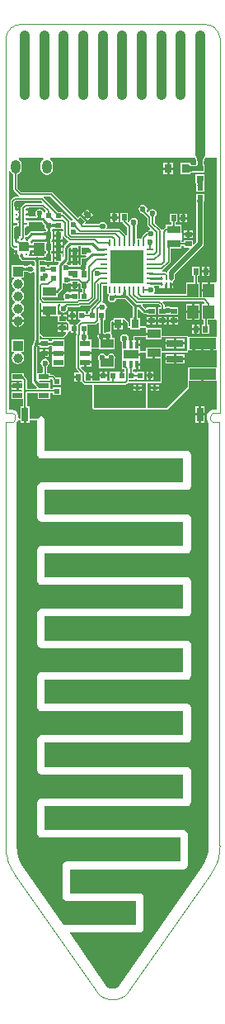
<source format=gtl>
G04*
G04 #@! TF.GenerationSoftware,Altium Limited,Altium Designer,19.0.15 (446)*
G04*
G04 Layer_Physical_Order=1*
G04 Layer_Color=255*
%FSLAX25Y25*%
%MOIN*%
G70*
G01*
G75*
%ADD14C,0.00600*%
%ADD15C,0.01000*%
%ADD16C,0.00050*%
%ADD44R,0.13386X0.13386*%
%ADD45R,0.00984X0.02756*%
%ADD46R,0.02756X0.00984*%
%ADD47R,0.03937X0.01968*%
%ADD48R,0.02756X0.05512*%
%ADD49C,0.03937*%
%ADD50C,0.01024*%
%ADD51R,0.00984X0.01772*%
%ADD52R,0.04528X0.05512*%
%ADD53R,0.05512X0.02756*%
%ADD54R,0.01968X0.02362*%
%ADD55R,0.02362X0.01968*%
%ADD56R,0.02835X0.03701*%
%ADD57R,0.02126X0.02520*%
%ADD58R,0.02520X0.02126*%
%ADD59R,0.05472X0.03543*%
%ADD60R,0.01083X0.01083*%
%ADD61R,0.11024X0.04528*%
%ADD62R,0.05512X0.03543*%
%ADD63R,0.06693X0.02756*%
%ADD64R,0.06299X0.03504*%
%ADD65R,0.01181X0.02756*%
%ADD66R,0.03937X0.02362*%
%ADD67R,0.02362X0.01575*%
G04:AMPARAMS|DCode=68|XSize=23.62mil|YSize=19.68mil|CornerRadius=0mil|HoleSize=0mil|Usage=FLASHONLY|Rotation=315.000|XOffset=0mil|YOffset=0mil|HoleType=Round|Shape=Rectangle|*
%AMROTATEDRECTD68*
4,1,4,-0.01531,0.00139,-0.00139,0.01531,0.01531,-0.00139,0.00139,-0.01531,-0.01531,0.00139,0.0*
%
%ADD68ROTATEDRECTD68*%

%ADD69C,0.03937*%
%ADD70C,0.00500*%
%ADD71C,0.02000*%
%ADD72C,0.00858*%
%ADD73R,0.03937X0.03937*%
%ADD74O,0.03937X0.05512*%
%ADD75C,0.02362*%
G36*
X85326Y289796D02*
X84913Y289587D01*
X82650D01*
Y286331D01*
X82150D01*
Y285831D01*
X79386D01*
Y283616D01*
X78614D01*
Y289587D01*
X77907D01*
X77907Y289589D01*
X77904Y289689D01*
X77879Y289746D01*
Y292081D01*
X77904Y292138D01*
X77907Y292238D01*
X77907Y292240D01*
X78626D01*
Y295760D01*
X75500D01*
Y292240D01*
X76219D01*
X76219Y292238D01*
X76222Y292138D01*
X76247Y292081D01*
Y289746D01*
X76222Y289689D01*
X76219Y289589D01*
X76219Y289587D01*
X73087D01*
Y284844D01*
X73084Y284844D01*
X72985Y284841D01*
X72928Y284816D01*
X60300D01*
X60240Y284889D01*
X60078Y285316D01*
X60365Y285744D01*
X60495Y286400D01*
X60365Y287056D01*
X59993Y287612D01*
X60097Y288063D01*
X60136Y288118D01*
X60228D01*
Y288128D01*
X60428Y288140D01*
X60576Y288140D01*
X60631Y288163D01*
X61628D01*
X61679Y288140D01*
X61827Y288136D01*
X61938Y288127D01*
X62022Y288113D01*
X62039Y288108D01*
Y287335D01*
X64500D01*
Y288720D01*
X65500D01*
Y287335D01*
X65976D01*
Y287335D01*
X66469D01*
Y288720D01*
X66969D01*
Y289220D01*
X67961D01*
Y290123D01*
X68074Y290198D01*
X68081Y290206D01*
X68413Y290702D01*
X68529Y291287D01*
Y292866D01*
X79781Y304119D01*
X80113Y304615D01*
X80229Y305200D01*
Y320726D01*
X80241Y320754D01*
X80248Y321464D01*
X80282Y322219D01*
X80285Y322247D01*
X80381D01*
X80396Y322637D01*
X80386Y322700D01*
X80410Y322759D01*
X80381Y322830D01*
Y325216D01*
X78927D01*
X78700Y325261D01*
X78473Y325216D01*
X77019D01*
Y322830D01*
X76990Y322759D01*
X77014Y322700D01*
X77004Y322637D01*
X77019Y322247D01*
X77079D01*
X77157Y321119D01*
X77159Y320757D01*
X77171Y320729D01*
Y305834D01*
X76222Y304885D01*
X75760Y305076D01*
Y306594D01*
X72240D01*
Y305891D01*
X72238Y305891D01*
X72138Y305888D01*
X72081Y305863D01*
X71415D01*
X71358Y305888D01*
X71258Y305891D01*
X71256Y305891D01*
Y306565D01*
X71383Y306617D01*
X71541Y307000D01*
Y309000D01*
X71383Y309383D01*
X71256Y309435D01*
Y312831D01*
X68844D01*
X68844Y312833D01*
X68841Y312933D01*
X68816Y312990D01*
Y313581D01*
X68841Y313638D01*
X68844Y313738D01*
X68844Y313740D01*
X69595D01*
Y317260D01*
X66469D01*
Y313740D01*
X67156D01*
X67156Y313738D01*
X67159Y313638D01*
X67184Y313581D01*
Y312990D01*
X67159Y312933D01*
X67156Y312833D01*
X67156Y312831D01*
X64744D01*
Y311727D01*
X64641Y311706D01*
X64376Y311529D01*
X64376Y311529D01*
X63646Y310800D01*
X63541Y310781D01*
X63050Y310872D01*
X63043Y310878D01*
X62977Y310977D01*
X60316Y313638D01*
Y315468D01*
X60340Y315520D01*
X60344Y315590D01*
X60351Y315634D01*
X60364Y315683D01*
X60384Y315737D01*
X60412Y315796D01*
X60449Y315861D01*
X60497Y315932D01*
X60555Y316007D01*
X60625Y316087D01*
X60715Y316179D01*
X60728Y316212D01*
X61084Y316744D01*
X61214Y317400D01*
X61084Y318056D01*
X60712Y318612D01*
X60156Y318984D01*
X59500Y319114D01*
X58844Y318984D01*
X58288Y318612D01*
X57927Y318072D01*
X57825Y318027D01*
X57438Y317906D01*
X57249Y318036D01*
X57232Y318051D01*
X57102Y318187D01*
X57102Y318195D01*
X57111Y318239D01*
X57129Y318295D01*
X57166Y318384D01*
X57166Y318418D01*
X57184Y318444D01*
X57314Y319100D01*
X57184Y319756D01*
X56812Y320312D01*
X56256Y320684D01*
X55600Y320814D01*
X54944Y320684D01*
X54388Y320312D01*
X54016Y319756D01*
X53886Y319100D01*
X54016Y318444D01*
X54388Y317888D01*
X54851Y317578D01*
X54898Y317528D01*
X55297Y317340D01*
X55493Y317234D01*
X55650Y317136D01*
X55702Y317098D01*
X55744Y317063D01*
X55789Y317022D01*
X55845Y317001D01*
X57484Y315362D01*
Y312700D01*
X57484Y312700D01*
X57546Y312388D01*
X57723Y312123D01*
X58585Y311261D01*
X58421Y310719D01*
X58244Y310684D01*
X57688Y310312D01*
X57413Y309900D01*
X57178Y309854D01*
X56913Y309677D01*
X56913Y309677D01*
X55313Y308077D01*
X55136Y307812D01*
X55074Y307500D01*
X54700Y307228D01*
X52972D01*
Y311993D01*
X52994Y312041D01*
X52996Y312146D01*
X53003Y312230D01*
X53014Y312305D01*
X53028Y312373D01*
X53045Y312432D01*
X53064Y312485D01*
X53085Y312531D01*
X53108Y312572D01*
X53133Y312607D01*
X53175Y312659D01*
X53201Y312743D01*
X53470Y313144D01*
X53600Y313800D01*
X53470Y314456D01*
X53098Y315012D01*
X52542Y315384D01*
X51886Y315514D01*
X51230Y315384D01*
X50674Y315012D01*
X50302Y314456D01*
X50254Y314214D01*
X50222Y314176D01*
X49702Y314001D01*
X49632Y314062D01*
Y317460D01*
X46505D01*
Y313940D01*
X47263D01*
X47278Y313907D01*
X47315Y313719D01*
X47492Y313455D01*
X49169Y311778D01*
Y308791D01*
X48669Y308639D01*
X48577Y308777D01*
X48577Y308777D01*
X46577Y310777D01*
X46312Y310954D01*
X46000Y311016D01*
X46000Y311016D01*
X41161D01*
X40925Y311457D01*
X40984Y311544D01*
X41114Y312200D01*
X40984Y312856D01*
X40612Y313412D01*
X40056Y313784D01*
X39400Y313914D01*
X38744Y313784D01*
X38212Y313428D01*
X38179Y313415D01*
X38087Y313325D01*
X38007Y313255D01*
X37932Y313197D01*
X37861Y313149D01*
X37796Y313112D01*
X37736Y313084D01*
X37683Y313064D01*
X37634Y313051D01*
X37590Y313044D01*
X37520Y313040D01*
X37468Y313016D01*
X32346D01*
X32155Y313478D01*
X32646Y313969D01*
X30269Y316346D01*
X29288Y315366D01*
X18977Y325677D01*
X18712Y325854D01*
X18400Y325916D01*
X18400Y325916D01*
X6438D01*
X4916Y327437D01*
Y332909D01*
X4942Y332966D01*
X4944Y333080D01*
X4951Y333162D01*
X4951Y333165D01*
X5064Y333187D01*
X5881Y333733D01*
X6426Y334549D01*
X6618Y335513D01*
Y337087D01*
X6426Y338051D01*
X5881Y338867D01*
X5382Y339200D01*
X5534Y339700D01*
X15266D01*
X15418Y339200D01*
X14920Y338867D01*
X14374Y338051D01*
X14182Y337087D01*
Y335513D01*
X14374Y334549D01*
X14920Y333733D01*
X15736Y333187D01*
X16699Y332996D01*
X17662Y333187D01*
X18479Y333733D01*
X19025Y334549D01*
X19216Y335513D01*
Y337087D01*
X19025Y338051D01*
X18479Y338867D01*
X17981Y339200D01*
X18132Y339700D01*
X76795D01*
X76804Y339686D01*
X76869Y339561D01*
X76931Y339410D01*
X76988Y339232D01*
X77038Y339028D01*
X77078Y338809D01*
X77149Y338003D01*
X77137Y337459D01*
X77100Y337014D01*
X77096Y336983D01*
X75771Y336949D01*
X75468Y336972D01*
X75208Y337008D01*
X74998Y337056D01*
X74843Y337109D01*
X74743Y337160D01*
X74694Y337198D01*
X74680Y337215D01*
X74678Y337220D01*
X74668Y337306D01*
X74642Y337350D01*
Y337750D01*
X74201D01*
X74130Y337780D01*
X74098Y337766D01*
X74063Y337775D01*
X74019Y337750D01*
X70808D01*
Y333050D01*
X74019D01*
X74063Y333025D01*
X74098Y333034D01*
X74130Y333020D01*
X74201Y333050D01*
X74642D01*
Y333450D01*
X74668Y333494D01*
X74678Y333580D01*
X74681Y333585D01*
X74694Y333602D01*
X74743Y333640D01*
X74843Y333691D01*
X74998Y333744D01*
X75199Y333790D01*
X75785Y333851D01*
X76059Y333857D01*
X76166Y333857D01*
X76940Y333841D01*
Y333837D01*
X77355Y333823D01*
X77392Y333833D01*
X77452Y333808D01*
X77523Y333837D01*
X80460D01*
Y336381D01*
X80489Y336451D01*
X80460Y336522D01*
Y336963D01*
X80319D01*
X80252Y337966D01*
X80291Y338484D01*
X80327Y338731D01*
X80374Y338960D01*
X80429Y339165D01*
X80491Y339346D01*
X80560Y339502D01*
X80634Y339635D01*
X80680Y339700D01*
X85326D01*
X85326Y289796D01*
D02*
G37*
G36*
X80286Y340082D02*
X80175Y339923D01*
X80075Y339744D01*
X79987Y339544D01*
X79911Y339324D01*
X79847Y339085D01*
X79794Y338824D01*
X79753Y338544D01*
X79709Y337968D01*
X79789Y336771D01*
X79821Y336631D01*
X79859Y336531D01*
X79901Y336471D01*
X79948Y336451D01*
X77452D01*
Y334349D01*
X77432Y334359D01*
X77372Y334367D01*
X77272Y334375D01*
X76172Y334398D01*
X76053Y334398D01*
X75750Y334392D01*
X75111Y334325D01*
X74850Y334266D01*
X74630Y334190D01*
X74450Y334098D01*
X74310Y333989D01*
X74211Y333863D01*
X74151Y333721D01*
X74130Y333562D01*
Y337238D01*
X74151Y337079D01*
X74211Y336937D01*
X74310Y336811D01*
X74450Y336702D01*
X74630Y336610D01*
X74850Y336534D01*
X75111Y336475D01*
X75410Y336434D01*
X75750Y336408D01*
X75767Y336408D01*
X77452Y336451D01*
X77499Y336471D01*
X77541Y336531D01*
X77579Y336631D01*
X77611Y336771D01*
X77638Y336951D01*
X77678Y337431D01*
X77691Y338021D01*
X77615Y338882D01*
X77567Y339141D01*
X77509Y339379D01*
X77440Y339595D01*
X77360Y339789D01*
X77270Y339962D01*
X77170Y340113D01*
X80286Y340082D01*
D02*
G37*
G36*
X4640Y333648D02*
X4590Y333628D01*
X4546Y333594D01*
X4507Y333546D01*
X4475Y333486D01*
X4448Y333411D01*
X4427Y333323D01*
X4413Y333222D01*
X4404Y333107D01*
X4401Y332979D01*
X3801D01*
X3798Y333107D01*
X3789Y333222D01*
X3774Y333323D01*
X3754Y333411D01*
X3727Y333486D01*
X3694Y333546D01*
X3656Y333594D01*
X3612Y333628D01*
X3562Y333648D01*
X3505Y333654D01*
X4696D01*
X4640Y333648D01*
D02*
G37*
G36*
X79837Y322739D02*
X79808Y322679D01*
X79783Y322579D01*
X79761Y322439D01*
X79742Y322259D01*
X79707Y321479D01*
X79700Y320759D01*
X77700D01*
X77698Y321139D01*
X77592Y322679D01*
X77563Y322739D01*
X77531Y322759D01*
X79869D01*
X79837Y322739D01*
D02*
G37*
G36*
X16074Y318672D02*
X15992Y318078D01*
X15860Y317982D01*
X15361Y318090D01*
X15012Y318612D01*
X14456Y318984D01*
X13800Y319114D01*
X13144Y318984D01*
X12588Y318612D01*
X12216Y318056D01*
X12086Y317400D01*
X12216Y316744D01*
X12339Y316560D01*
X12306Y316311D01*
X12290Y316274D01*
X12089Y316035D01*
X9553D01*
X9313Y316484D01*
X8369D01*
Y317484D01*
X9251D01*
X9098Y317714D01*
Y318223D01*
X9251Y318453D01*
X8369D01*
Y319453D01*
X9396D01*
X9631Y319784D01*
X14962D01*
X16074Y318672D01*
D02*
G37*
G36*
X17803Y317924D02*
X17812Y317820D01*
X17827Y317729D01*
X17848Y317649D01*
X17875Y317582D01*
X17908Y317527D01*
X17947Y317484D01*
X17992Y317453D01*
X18043Y317435D01*
X18100Y317429D01*
X16900D01*
X16957Y317435D01*
X17008Y317453D01*
X17053Y317484D01*
X17092Y317527D01*
X17125Y317582D01*
X17152Y317649D01*
X17173Y317729D01*
X17188Y317820D01*
X17197Y317924D01*
X17200Y318041D01*
X17800D01*
X17803Y317924D01*
D02*
G37*
G36*
X56620Y318482D02*
X56586Y318374D01*
X56565Y318269D01*
X56557Y318168D01*
X56563Y318071D01*
X56581Y317977D01*
X56613Y317887D01*
X56658Y317800D01*
X56716Y317717D01*
X56787Y317637D01*
X56157Y317419D01*
X56099Y317473D01*
X56031Y317528D01*
X55953Y317584D01*
X55767Y317701D01*
X55541Y317824D01*
X55128Y318018D01*
X56667Y318594D01*
X56620Y318482D01*
D02*
G37*
G36*
X20643Y317754D02*
X20854Y317576D01*
X20949Y317510D01*
X21037Y317459D01*
X21118Y317423D01*
X21193Y317402D01*
X21261Y317396D01*
X21322Y317405D01*
X21376Y317429D01*
X20343Y316789D01*
X20384Y316826D01*
X20407Y316874D01*
X20411Y316932D01*
X20395Y317001D01*
X20361Y317080D01*
X20308Y317170D01*
X20236Y317271D01*
X20145Y317383D01*
X19907Y317638D01*
X20528Y317865D01*
X20643Y317754D01*
D02*
G37*
G36*
X22661Y316906D02*
X22675Y316884D01*
X22697Y316864D01*
X22728Y316847D01*
X22768Y316833D01*
X22817Y316821D01*
X22874Y316812D01*
X22941Y316805D01*
X23100Y316800D01*
Y316200D01*
X23016Y316199D01*
X22874Y316188D01*
X22817Y316179D01*
X22768Y316167D01*
X22728Y316153D01*
X22697Y316136D01*
X22675Y316116D01*
X22661Y316094D01*
X22657Y316069D01*
Y316931D01*
X22661Y316906D01*
D02*
G37*
G36*
X60227Y316454D02*
X60137Y316351D01*
X60058Y316249D01*
X59990Y316147D01*
X59932Y316047D01*
X59884Y315946D01*
X59847Y315846D01*
X59821Y315746D01*
X59805Y315648D01*
X59800Y315549D01*
X59200D01*
X59195Y315648D01*
X59179Y315746D01*
X59153Y315846D01*
X59116Y315946D01*
X59068Y316047D01*
X59010Y316147D01*
X58942Y316249D01*
X58863Y316351D01*
X58773Y316454D01*
X58673Y316557D01*
X60327D01*
X60227Y316454D01*
D02*
G37*
G36*
X18626Y316110D02*
X18602Y316062D01*
X18598Y316003D01*
X18611Y315934D01*
X18644Y315854D01*
X18696Y315764D01*
X18767Y315664D01*
X18857Y315553D01*
X19093Y315299D01*
X18472Y315072D01*
X18358Y315182D01*
X18149Y315357D01*
X18055Y315422D01*
X17966Y315472D01*
X17885Y315507D01*
X17810Y315527D01*
X17741Y315531D01*
X17679Y315521D01*
X17624Y315496D01*
X18669Y316148D01*
X18626Y316110D01*
D02*
G37*
G36*
X14565Y316490D02*
X14509Y316417D01*
X14460Y316338D01*
X14418Y316253D01*
X14382Y316163D01*
X14352Y316066D01*
X14351Y316061D01*
X14364Y316006D01*
X14414Y315876D01*
X14479Y315766D01*
X14558Y315676D01*
X14651Y315606D01*
X14758Y315556D01*
X14880Y315526D01*
X15016Y315516D01*
X13800Y314516D01*
X12300Y315516D01*
X12490Y315526D01*
X12660Y315556D01*
X12810Y315606D01*
X12940Y315676D01*
X13050Y315766D01*
X13140Y315876D01*
X13210Y316006D01*
X13239Y316094D01*
X13218Y316163D01*
X13182Y316253D01*
X13140Y316338D01*
X13091Y316417D01*
X13035Y316490D01*
X12973Y316557D01*
X14627D01*
X14565Y316490D01*
D02*
G37*
G36*
X27169Y315178D02*
X27004Y314635D01*
X26744Y314584D01*
X26511Y314428D01*
X26025Y314704D01*
X25977Y314777D01*
X25977Y314777D01*
X23677Y317077D01*
X23412Y317254D01*
X23231Y317290D01*
X23181Y317312D01*
Y317953D01*
X21504D01*
X21500Y317956D01*
X21483Y317953D01*
X21264D01*
X21239Y317967D01*
X21183Y318006D01*
X21006Y318156D01*
X20903Y318255D01*
X20844Y318278D01*
X15345Y323777D01*
X15334Y323784D01*
X15486Y324284D01*
X18062D01*
X27169Y315178D01*
D02*
G37*
G36*
X48466Y314460D02*
X48446Y314447D01*
X48428Y314425D01*
X48412Y314395D01*
X48399Y314356D01*
X48388Y314308D01*
X48379Y314252D01*
X48373Y314187D01*
X48368Y314032D01*
X47769D01*
X47767Y314114D01*
X47758Y314252D01*
X47749Y314308D01*
X47738Y314356D01*
X47725Y314395D01*
X47709Y314425D01*
X47691Y314447D01*
X47671Y314460D01*
X47648Y314464D01*
X48489D01*
X48466Y314460D01*
D02*
G37*
G36*
X15152Y313437D02*
X15153Y313435D01*
X15164Y313425D01*
X15210Y313380D01*
X15228Y313331D01*
X15601Y312932D01*
X15725Y312778D01*
X15819Y312646D01*
X15819Y312645D01*
Y312382D01*
X15807Y312362D01*
X15819Y312316D01*
X15802Y312271D01*
X15819Y312233D01*
Y311047D01*
X16047D01*
X16331Y310612D01*
X16182Y310275D01*
X15455Y310241D01*
X15410Y310220D01*
X10582D01*
X10192Y310142D01*
X9861Y309921D01*
X8587Y308646D01*
X8536Y308626D01*
X8404Y308497D01*
X8316Y308416D01*
X8228Y308425D01*
X7816Y308650D01*
Y311644D01*
X8312Y312027D01*
X8369Y312016D01*
X8763Y312094D01*
X9098Y312318D01*
X9322Y312652D01*
X9400Y313047D01*
X9322Y313442D01*
X9285Y313496D01*
X9553Y313996D01*
X13712D01*
X13748Y313977D01*
X13810Y313996D01*
X13850D01*
X13906Y313985D01*
X13923Y313996D01*
X14593D01*
X15152Y313437D01*
D02*
G37*
G36*
X68543Y314258D02*
X68492Y314240D01*
X68447Y314209D01*
X68408Y314166D01*
X68375Y314111D01*
X68348Y314044D01*
X68327Y313964D01*
X68312Y313873D01*
X68303Y313768D01*
X68300Y313652D01*
X67700D01*
X67697Y313768D01*
X67688Y313873D01*
X67673Y313964D01*
X67652Y314044D01*
X67625Y314111D01*
X67592Y314166D01*
X67553Y314209D01*
X67508Y314240D01*
X67457Y314258D01*
X67400Y314264D01*
X68600D01*
X68543Y314258D01*
D02*
G37*
G36*
X20331Y311559D02*
X20321Y311649D01*
X20291Y311729D01*
X20241Y311800D01*
X20171Y311861D01*
X20081Y311913D01*
X19971Y311956D01*
X19841Y311989D01*
X19691Y312013D01*
X19521Y312027D01*
X19500Y312027D01*
X19479Y312027D01*
X19309Y312013D01*
X19159Y311989D01*
X19029Y311956D01*
X18919Y311913D01*
X18829Y311861D01*
X18759Y311800D01*
X18709Y311729D01*
X18679Y311649D01*
X18669Y311559D01*
Y313504D01*
X18679Y313414D01*
X18709Y313334D01*
X18759Y313263D01*
X18829Y313201D01*
X18919Y313149D01*
X19029Y313107D01*
X19159Y313074D01*
X19309Y313050D01*
X19479Y313036D01*
X19500Y313036D01*
X19521Y313036D01*
X19691Y313050D01*
X19841Y313074D01*
X19971Y313107D01*
X20081Y313149D01*
X20171Y313201D01*
X20241Y313263D01*
X20291Y313334D01*
X20321Y313414D01*
X20331Y313504D01*
Y311559D01*
D02*
G37*
G36*
X7306Y313833D02*
X7324Y313731D01*
X7354Y313641D01*
X7396Y313563D01*
X7450Y313497D01*
X7516Y313443D01*
X7594Y313401D01*
X7684Y313371D01*
X7715Y313366D01*
X7813Y313372D01*
X7878Y313384D01*
X7934Y313397D01*
X7982Y313412D01*
X8021Y313429D01*
X8051Y313448D01*
Y312646D01*
X8021Y312665D01*
X7982Y312683D01*
X7934Y312698D01*
X7878Y312711D01*
X7813Y312722D01*
X7727Y312731D01*
X7684Y312723D01*
X7594Y312693D01*
X7516Y312651D01*
X7450Y312597D01*
X7396Y312531D01*
X7354Y312453D01*
X7324Y312363D01*
X7306Y312261D01*
X7300Y312147D01*
X6700Y313047D01*
X7300Y313947D01*
X7306Y313833D01*
D02*
G37*
G36*
X3106Y313786D02*
X3124Y313684D01*
X3154Y313594D01*
X3196Y313516D01*
X3250Y313450D01*
X3316Y313396D01*
X3394Y313354D01*
X3484Y313324D01*
X3577Y313307D01*
X3766Y313321D01*
X3841Y313334D01*
X3909Y313348D01*
X3968Y313366D01*
X4019Y313386D01*
X4062Y313409D01*
X4097Y313435D01*
X4131Y312633D01*
X4108Y312646D01*
X4074Y312657D01*
X4031Y312667D01*
X3979Y312676D01*
X3843Y312689D01*
X3669Y312697D01*
X3653Y312698D01*
X3586Y312694D01*
X3484Y312676D01*
X3394Y312646D01*
X3316Y312604D01*
X3250Y312550D01*
X3196Y312484D01*
X3154Y312406D01*
X3124Y312316D01*
X3106Y312214D01*
X3100Y312100D01*
X2500Y313000D01*
X3100Y313900D01*
X3106Y313786D01*
D02*
G37*
G36*
X68303Y312802D02*
X68312Y312698D01*
X68327Y312607D01*
X68348Y312527D01*
X68375Y312460D01*
X68408Y312405D01*
X68447Y312362D01*
X68492Y312331D01*
X68543Y312313D01*
X68600Y312307D01*
X67400D01*
X67457Y312313D01*
X67508Y312331D01*
X67553Y312362D01*
X67592Y312405D01*
X67625Y312460D01*
X67652Y312527D01*
X67673Y312607D01*
X67688Y312698D01*
X67697Y312802D01*
X67700Y312919D01*
X68300D01*
X68303Y312802D01*
D02*
G37*
G36*
X16725Y314020D02*
X17083Y313719D01*
X17243Y313607D01*
X17390Y313522D01*
X17525Y313463D01*
X17648Y313431D01*
X17759Y313425D01*
X17856Y313445D01*
X17942Y313492D01*
X16343Y312286D01*
X16407Y312354D01*
X16441Y312439D01*
X16445Y312539D01*
X16418Y312656D01*
X16361Y312789D01*
X16274Y312939D01*
X16157Y313105D01*
X16010Y313287D01*
X15624Y313701D01*
X16528Y314211D01*
X16725Y314020D01*
D02*
G37*
G36*
X14899Y321916D02*
X14692Y321416D01*
X8000D01*
X7688Y321354D01*
X7423Y321177D01*
X7423Y321177D01*
X6423Y320177D01*
X6246Y319912D01*
X6184Y319600D01*
X6184Y319600D01*
Y313176D01*
X6169Y313153D01*
X6184Y313077D01*
Y313017D01*
X6169Y312941D01*
X6184Y312919D01*
Y308043D01*
X5374D01*
Y307010D01*
X4947D01*
Y305968D01*
X3947D01*
Y307010D01*
X3616D01*
Y311667D01*
X3668Y311800D01*
X3750Y311916D01*
X4016Y312060D01*
X4091Y312073D01*
X4141Y312073D01*
X4431Y312016D01*
X4826Y312094D01*
X5161Y312318D01*
X5385Y312652D01*
X5463Y313047D01*
X5385Y313442D01*
X5161Y313777D01*
Y314286D01*
X5314Y314516D01*
X4431D01*
Y315516D01*
X5314D01*
X5161Y315745D01*
Y316255D01*
X5385Y316589D01*
X5463Y316984D01*
X5385Y317379D01*
X5161Y317714D01*
Y318223D01*
X5314Y318453D01*
X4431D01*
Y318953D01*
X3932D01*
Y320008D01*
X3854Y320045D01*
X3616Y320226D01*
Y321862D01*
X4138Y322384D01*
X14431D01*
X14899Y321916D01*
D02*
G37*
G36*
X52701Y312935D02*
X52649Y312859D01*
X52603Y312778D01*
X52563Y312691D01*
X52529Y312599D01*
X52502Y312501D01*
X52480Y312398D01*
X52465Y312289D01*
X52456Y312175D01*
X52453Y312055D01*
X51453Y311993D01*
X51449Y312113D01*
X51439Y312227D01*
X51422Y312334D01*
X51398Y312436D01*
X51367Y312531D01*
X51329Y312619D01*
X51284Y312702D01*
X51232Y312778D01*
X51174Y312848D01*
X51108Y312911D01*
X52759Y313005D01*
X52701Y312935D01*
D02*
G37*
G36*
X28583Y312845D02*
X28592Y312709D01*
X28609Y312581D01*
X28632Y312461D01*
X28662Y312348D01*
X28700Y312244D01*
X28745Y312147D01*
X28796Y312058D01*
X28855Y311977D01*
X28921Y311903D01*
X28497Y311479D01*
X28423Y311545D01*
X28342Y311604D01*
X28253Y311655D01*
X28156Y311700D01*
X28052Y311738D01*
X27939Y311768D01*
X27819Y311791D01*
X27691Y311808D01*
X27555Y311817D01*
X27412Y311819D01*
X28581Y312988D01*
X28583Y312845D01*
D02*
G37*
G36*
X38557Y311373D02*
X38454Y311473D01*
X38351Y311563D01*
X38249Y311642D01*
X38148Y311710D01*
X38047Y311768D01*
X37946Y311816D01*
X37846Y311853D01*
X37747Y311879D01*
X37648Y311895D01*
X37549Y311900D01*
Y312500D01*
X37648Y312505D01*
X37747Y312521D01*
X37846Y312547D01*
X37946Y312584D01*
X38047Y312632D01*
X38148Y312690D01*
X38249Y312758D01*
X38351Y312837D01*
X38454Y312927D01*
X38557Y313027D01*
Y311373D01*
D02*
G37*
G36*
X65256Y310649D02*
X65253Y310650D01*
X65244Y310651D01*
X65010Y310653D01*
X64953Y310653D01*
Y311253D01*
X65256Y311256D01*
Y310649D01*
D02*
G37*
G36*
X18437Y311549D02*
X18351Y311519D01*
X18277Y311469D01*
X18212Y311399D01*
X18157Y311309D01*
X18112Y311199D01*
X18077Y311069D01*
X18052Y310919D01*
X18036Y310749D01*
X18034Y310653D01*
X18036Y310556D01*
X18052Y310384D01*
X18077Y310232D01*
X18112Y310100D01*
X18157Y309989D01*
X18212Y309898D01*
X18277Y309827D01*
X18351Y309776D01*
X18437Y309746D01*
X18531Y309736D01*
X16532D01*
X16626Y309746D01*
X16712Y309776D01*
X16786Y309827D01*
X16851Y309898D01*
X16906Y309989D01*
X16951Y310100D01*
X16986Y310232D01*
X17011Y310384D01*
X17027Y310556D01*
X17029Y310653D01*
X17027Y310749D01*
X17011Y310919D01*
X16986Y311069D01*
X16951Y311199D01*
X16906Y311309D01*
X16851Y311399D01*
X16786Y311469D01*
X16712Y311519D01*
X16626Y311549D01*
X16532Y311559D01*
X18531D01*
X18437Y311549D01*
D02*
G37*
G36*
X16480Y308200D02*
X16470Y308295D01*
X16441Y308380D01*
X16390Y308455D01*
X16320Y308520D01*
X16230Y308575D01*
X16120Y308620D01*
X15991Y308655D01*
X15841Y308680D01*
X15671Y308695D01*
X15481Y308700D01*
Y309700D01*
X16480Y309748D01*
Y308200D01*
D02*
G37*
G36*
X56191Y307202D02*
X56206Y307010D01*
X56219Y306932D01*
X56235Y306866D01*
X56255Y306812D01*
X56278Y306770D01*
X56305Y306740D01*
X56336Y306722D01*
X56370Y306716D01*
X55410D01*
X55444Y306722D01*
X55475Y306740D01*
X55502Y306770D01*
X55525Y306812D01*
X55545Y306866D01*
X55561Y306932D01*
X55573Y307010D01*
X55583Y307100D01*
X55590Y307316D01*
X56190D01*
X56191Y307202D01*
D02*
G37*
G36*
X50286D02*
X50301Y307010D01*
X50313Y306932D01*
X50329Y306866D01*
X50349Y306812D01*
X50372Y306770D01*
X50400Y306740D01*
X50430Y306722D01*
X50464Y306716D01*
X49504D01*
X49538Y306722D01*
X49569Y306740D01*
X49596Y306770D01*
X49619Y306812D01*
X49639Y306866D01*
X49655Y306932D01*
X49668Y307010D01*
X49677Y307100D01*
X49684Y307316D01*
X50284D01*
X50286Y307202D01*
D02*
G37*
G36*
X48302D02*
X48318Y307010D01*
X48331Y306932D01*
X48349Y306866D01*
X48371Y306812D01*
X48396Y306770D01*
X48425Y306740D01*
X48459Y306722D01*
X48496Y306716D01*
X47536D01*
X47567Y306722D01*
X47595Y306740D01*
X47620Y306770D01*
X47641Y306812D01*
X47659Y306866D01*
X47674Y306932D01*
X47685Y307010D01*
X47693Y307100D01*
X47700Y307316D01*
X48300D01*
X48302Y307202D01*
D02*
G37*
G36*
X46349D02*
X46363Y307010D01*
X46376Y306932D01*
X46392Y306866D01*
X46412Y306812D01*
X46435Y306770D01*
X46463Y306740D01*
X46493Y306722D01*
X46527Y306716D01*
X45567D01*
X45601Y306722D01*
X45632Y306740D01*
X45659Y306770D01*
X45682Y306812D01*
X45702Y306866D01*
X45718Y306932D01*
X45731Y307010D01*
X45740Y307100D01*
X45747Y307316D01*
X46347D01*
X46349Y307202D01*
D02*
G37*
G36*
X44384Y306716D02*
X43774D01*
X43775Y306719D01*
X43776Y306729D01*
X43777Y306765D01*
X43779Y307021D01*
X44379D01*
X44384Y306716D01*
D02*
G37*
G36*
X9621Y307531D02*
X9486Y307393D01*
X9168Y307023D01*
X9090Y306913D01*
X9027Y306811D01*
X8977Y306716D01*
X8942Y306627D01*
X8921Y306546D01*
X8914Y306473D01*
X7855Y307531D01*
X7929Y307538D01*
X8010Y307560D01*
X8098Y307595D01*
X8193Y307644D01*
X8295Y307708D01*
X8405Y307786D01*
X8645Y307984D01*
X8776Y308104D01*
X8914Y308238D01*
X9621Y307531D01*
D02*
G37*
G36*
X17522Y307264D02*
X18284D01*
X18236Y307257D01*
X18193Y307234D01*
X18155Y307195D01*
X18122Y307142D01*
X18094Y307073D01*
X18072Y306989D01*
X18054Y306890D01*
X18042Y306775D01*
X18032Y306500D01*
X17863Y306248D01*
X18032D01*
X18036Y306056D01*
X18052Y305884D01*
X18077Y305732D01*
X18112Y305600D01*
X18157Y305489D01*
X18212Y305398D01*
X18277Y305327D01*
X18351Y305276D01*
X18437Y305246D01*
X18531Y305236D01*
X17189D01*
X17031Y305000D01*
X17021Y305190D01*
X17013Y305236D01*
X16532D01*
X16626Y305246D01*
X16712Y305276D01*
X16786Y305327D01*
X16851Y305398D01*
X16906Y305489D01*
X16926Y305538D01*
X16872Y305640D01*
X16781Y305750D01*
X16671Y305840D01*
X16542Y305910D01*
X16391Y305960D01*
X16221Y305990D01*
X16032Y306000D01*
Y307000D01*
X16221Y307010D01*
X16391Y307040D01*
X16542Y307090D01*
X16671Y307160D01*
X16781Y307250D01*
X16792Y307262D01*
X16779Y307264D01*
X16793D01*
X16872Y307360D01*
X16941Y307490D01*
X16992Y307640D01*
X17021Y307810D01*
X17031Y308000D01*
X17522Y307264D01*
D02*
G37*
G36*
X41642Y304750D02*
X41636Y304807D01*
X41618Y304858D01*
X41587Y304903D01*
X41544Y304942D01*
X41489Y304975D01*
X41422Y305002D01*
X41342Y305023D01*
X41250Y305038D01*
X41146Y305047D01*
X41030Y305050D01*
Y305650D01*
X41146Y305653D01*
X41250Y305662D01*
X41342Y305677D01*
X41422Y305698D01*
X41489Y305725D01*
X41544Y305758D01*
X41587Y305797D01*
X41618Y305842D01*
X41636Y305893D01*
X41642Y305950D01*
Y304750D01*
D02*
G37*
G36*
X72764Y304447D02*
X72758Y304504D01*
X72740Y304555D01*
X72709Y304600D01*
X72666Y304639D01*
X72611Y304672D01*
X72544Y304699D01*
X72464Y304720D01*
X72373Y304735D01*
X72268Y304744D01*
X72152Y304747D01*
Y305347D01*
X72268Y305350D01*
X72373Y305359D01*
X72464Y305374D01*
X72544Y305395D01*
X72611Y305422D01*
X72666Y305455D01*
X72709Y305494D01*
X72740Y305539D01*
X72758Y305590D01*
X72764Y305647D01*
Y304447D01*
D02*
G37*
G36*
X70738Y305590D02*
X70756Y305539D01*
X70787Y305494D01*
X70830Y305455D01*
X70885Y305422D01*
X70952Y305395D01*
X71032Y305374D01*
X71124Y305359D01*
X71228Y305350D01*
X71344Y305347D01*
Y304747D01*
X71228Y304744D01*
X71124Y304735D01*
X71032Y304720D01*
X70952Y304699D01*
X70885Y304672D01*
X70830Y304639D01*
X70787Y304600D01*
X70756Y304555D01*
X70738Y304504D01*
X70732Y304447D01*
Y305647D01*
X70738Y305590D01*
D02*
G37*
G36*
X3930Y303482D02*
X3925Y303523D01*
X3909Y303560D01*
X3882Y303593D01*
X3845Y303622D01*
X3797Y303645D01*
X3739Y303665D01*
X3670Y303680D01*
X3591Y303691D01*
X3501Y303698D01*
X3400Y303700D01*
Y304300D01*
X3501Y304302D01*
X3670Y304320D01*
X3739Y304335D01*
X3797Y304355D01*
X3845Y304378D01*
X3882Y304407D01*
X3909Y304439D01*
X3925Y304476D01*
X3930Y304518D01*
Y303482D01*
D02*
G37*
G36*
X59227Y304753D02*
X59137Y304651D01*
X59058Y304549D01*
X58990Y304448D01*
X58932Y304346D01*
X58884Y304246D01*
X58847Y304146D01*
X58821Y304047D01*
X58805Y303947D01*
X58802Y303888D01*
X58803Y303854D01*
X58812Y303750D01*
X58827Y303658D01*
X58848Y303578D01*
X58875Y303511D01*
X58908Y303456D01*
X58947Y303413D01*
X58992Y303382D01*
X59043Y303364D01*
X59100Y303358D01*
X57900D01*
X57957Y303364D01*
X58008Y303382D01*
X58053Y303413D01*
X58092Y303456D01*
X58125Y303511D01*
X58152Y303578D01*
X58173Y303658D01*
X58188Y303750D01*
X58197Y303854D01*
X58198Y303888D01*
X58195Y303947D01*
X58179Y304047D01*
X58153Y304146D01*
X58116Y304246D01*
X58068Y304346D01*
X58010Y304448D01*
X57942Y304549D01*
X57863Y304651D01*
X57773Y304753D01*
X57673Y304856D01*
X59327D01*
X59227Y304753D01*
D02*
G37*
G36*
X66543Y303687D02*
X66492Y303669D01*
X66447Y303638D01*
X66408Y303595D01*
X66375Y303540D01*
X66348Y303473D01*
X66327Y303393D01*
X66312Y303302D01*
X66303Y303198D01*
X66300Y303081D01*
X65700D01*
X65697Y303198D01*
X65688Y303302D01*
X65673Y303393D01*
X65652Y303473D01*
X65625Y303540D01*
X65592Y303595D01*
X65553Y303638D01*
X65508Y303669D01*
X65457Y303687D01*
X65400Y303693D01*
X66600D01*
X66543Y303687D01*
D02*
G37*
G36*
X30406Y304045D02*
Y300540D01*
X32560D01*
X32574Y300524D01*
X32728Y300040D01*
X32450Y299781D01*
X32298Y299658D01*
X32167Y299566D01*
X32155Y299560D01*
X31918D01*
X31877Y299584D01*
X31832Y299572D01*
X31788Y299589D01*
X31723Y299560D01*
X30406D01*
Y296757D01*
X30183Y296623D01*
X29945Y296535D01*
X29782Y296635D01*
X29721Y296689D01*
X29644Y296789D01*
X29594Y296894D01*
Y297300D01*
X28032D01*
X26469D01*
Y296852D01*
X26412Y296768D01*
X26289Y296644D01*
X26026Y296463D01*
X25969Y296457D01*
X25936Y296462D01*
X25872Y296476D01*
X25816Y296493D01*
X25768Y296512D01*
X25727Y296533D01*
X25691Y296555D01*
X25659Y296579D01*
X25611Y296624D01*
X25573Y296638D01*
X25056Y296984D01*
X24870Y297021D01*
X24705Y297563D01*
X25321Y298179D01*
X25542Y298510D01*
X25620Y298900D01*
Y303178D01*
X26007Y303565D01*
X26469Y303373D01*
Y302800D01*
X28032D01*
X29594D01*
Y304045D01*
X30000Y304273D01*
X30406Y304045D01*
D02*
G37*
G36*
X18437Y302754D02*
X18351Y302724D01*
X18277Y302673D01*
X18212Y302602D01*
X18157Y302511D01*
X18112Y302400D01*
X18077Y302268D01*
X18052Y302116D01*
X18036Y301944D01*
X18032Y301752D01*
X17031D01*
X17027Y301944D01*
X17011Y302116D01*
X16986Y302268D01*
X16951Y302400D01*
X16906Y302511D01*
X16851Y302602D01*
X16786Y302673D01*
X16712Y302724D01*
X16626Y302754D01*
X16532Y302764D01*
X18531D01*
X18437Y302754D01*
D02*
G37*
G36*
X33029Y303189D02*
X33059Y303108D01*
X33108Y303035D01*
X33176Y302973D01*
X33265Y302920D01*
X33373Y302877D01*
X33500Y302843D01*
X33647Y302819D01*
X33814Y302805D01*
X34000Y302800D01*
Y301800D01*
X33814Y301795D01*
X33647Y301781D01*
X33500Y301757D01*
X33373Y301723D01*
X33265Y301680D01*
X33176Y301627D01*
X33108Y301565D01*
X33059Y301493D01*
X33029Y301411D01*
X33020Y301320D01*
Y303280D01*
X33029Y303189D01*
D02*
G37*
G36*
X18036Y301556D02*
X18052Y301383D01*
X18077Y301232D01*
X18112Y301100D01*
X18157Y300989D01*
X18212Y300898D01*
X18277Y300827D01*
X18351Y300776D01*
X18437Y300746D01*
X18531Y300736D01*
X16532D01*
X16626Y300746D01*
X16712Y300776D01*
X16786Y300827D01*
X16851Y300898D01*
X16906Y300989D01*
X16951Y301100D01*
X16986Y301232D01*
X17011Y301383D01*
X17027Y301556D01*
X17031Y301748D01*
X18032D01*
X18036Y301556D01*
D02*
G37*
G36*
X59721Y301367D02*
X59737Y301337D01*
X59762Y301309D01*
X59797Y301286D01*
X59843Y301266D01*
X59898Y301250D01*
X59964Y301238D01*
X60040Y301228D01*
X60125Y301223D01*
X60221Y301221D01*
Y300621D01*
X60125Y300620D01*
X59964Y300605D01*
X59898Y300592D01*
X59843Y300576D01*
X59797Y300556D01*
X59762Y300533D01*
X59737Y300506D01*
X59721Y300475D01*
X59716Y300441D01*
Y301401D01*
X59721Y301367D01*
D02*
G37*
G36*
X8862Y305934D02*
X9035Y305841D01*
X9311Y305635D01*
Y304500D01*
X9819D01*
X9823Y304529D01*
Y304500D01*
X11394D01*
Y304927D01*
Y305480D01*
X15959D01*
X15969Y305476D01*
Y302240D01*
X16432D01*
X16437Y302228D01*
X16457Y302154D01*
X16474Y302049D01*
X16486Y301914D01*
X16490Y301750D01*
X16486Y301586D01*
X16474Y301451D01*
X16457Y301345D01*
X16437Y301272D01*
X16432Y301260D01*
X15969D01*
Y300305D01*
X15967Y300302D01*
X15947Y300294D01*
X15875Y300274D01*
X15772Y300257D01*
X15639Y300246D01*
X15466Y300241D01*
X15418Y300220D01*
X12823D01*
X12806Y300231D01*
X12750Y300220D01*
X12650D01*
X12594Y300231D01*
X12577Y300220D01*
X9426D01*
Y300990D01*
X9853D01*
Y302031D01*
X10353D01*
Y302532D01*
X11394D01*
Y302959D01*
Y303500D01*
X9823D01*
Y303471D01*
X9819Y303500D01*
X9311D01*
Y302039D01*
X5489D01*
Y305961D01*
X8812D01*
X8862Y305934D01*
D02*
G37*
G36*
X6939Y300463D02*
X6934Y300445D01*
X6930Y300416D01*
X6926Y300375D01*
X6917Y300095D01*
X6916Y299884D01*
X5916D01*
X5886Y300469D01*
X6945D01*
X6939Y300463D01*
D02*
G37*
G36*
X19819Y311047D02*
Y311047D01*
X20310Y311027D01*
X20331Y311018D01*
X20360Y311030D01*
X20391Y311021D01*
X20438Y311047D01*
X23181D01*
X23384Y310631D01*
Y310614D01*
X23031Y310260D01*
X22884Y310260D01*
X21969D01*
Y308500D01*
Y306740D01*
X23031D01*
Y308009D01*
X23531Y308160D01*
X23623Y308023D01*
X25258Y306388D01*
X25314Y305847D01*
X25277Y305719D01*
X23879Y304321D01*
X23658Y303990D01*
X23580Y303600D01*
Y299741D01*
X23531Y299708D01*
X23031Y299975D01*
Y301260D01*
X21969D01*
Y299500D01*
X21468D01*
Y299000D01*
X19906D01*
Y297740D01*
X21345D01*
X21536Y297278D01*
X21479Y297221D01*
X21258Y296890D01*
X21180Y296500D01*
Y296453D01*
X17819D01*
Y295760D01*
X17817Y295760D01*
X17758Y295733D01*
X16742D01*
X16683Y295760D01*
X16681Y295760D01*
Y296453D01*
X13720D01*
Y297628D01*
X13740Y297672D01*
X13749Y297829D01*
X13766Y297927D01*
X13789Y297995D01*
X13812Y298038D01*
X13835Y298065D01*
X13862Y298088D01*
X13905Y298111D01*
X13973Y298134D01*
X14072Y298151D01*
X14228Y298160D01*
X14266Y298177D01*
X14306Y298169D01*
X14323Y298180D01*
X15419D01*
X15468Y298159D01*
X15643Y298155D01*
X15779Y298144D01*
X15887Y298128D01*
X15964Y298110D01*
X15969Y298108D01*
Y297740D01*
X16410D01*
X16480Y297711D01*
X16511Y297724D01*
X16544Y297715D01*
X16589Y297740D01*
X19094D01*
Y301260D01*
X18631D01*
X18626Y301272D01*
X18606Y301345D01*
X18589Y301451D01*
X18577Y301586D01*
X18573Y301750D01*
X18577Y301914D01*
X18589Y302049D01*
X18606Y302154D01*
X18626Y302228D01*
X18631Y302240D01*
X19094D01*
Y305760D01*
X18631D01*
X18626Y305772D01*
X18606Y305845D01*
X18589Y305951D01*
X18577Y306086D01*
X18573Y306244D01*
X18575Y306268D01*
X18672Y306504D01*
X18907Y306740D01*
X19094D01*
Y310260D01*
X18894D01*
X18652Y310682D01*
X18758Y310861D01*
X19181Y311047D01*
Y311047D01*
X19500Y311223D01*
X19819Y311047D01*
D02*
G37*
G36*
X33426Y299383D02*
X33444Y299399D01*
Y299352D01*
X33727Y298851D01*
X33538Y298655D01*
X33238Y298299D01*
X33150Y298171D01*
X33126Y298127D01*
X33087Y298042D01*
X33058Y297957D01*
X33037Y297872D01*
X33024Y297787D01*
X33020Y297703D01*
Y297934D01*
X32987Y297856D01*
X32955Y297733D01*
X32950Y297622D01*
X32972Y297523D01*
X33020Y297437D01*
X32752Y297791D01*
X32684Y297715D01*
X32184Y298216D01*
X32205Y298223D01*
X32239Y298244D01*
X32286Y298279D01*
X32345Y298330D01*
X31802Y299048D01*
X31871Y298982D01*
X31956Y298947D01*
X32057Y298942D01*
X32175Y298968D01*
X32308Y299023D01*
X32457Y299109D01*
X32623Y299225D01*
X32805Y299372D01*
X33216Y299755D01*
X33426Y299383D01*
D02*
G37*
G36*
X59722Y299389D02*
X59740Y299349D01*
X59769Y299314D01*
X59810Y299284D01*
X59862Y299258D01*
X59926Y299237D01*
X60002Y299221D01*
X60090Y299209D01*
X60189Y299202D01*
X60300Y299200D01*
Y298600D01*
X60189Y298599D01*
X59926Y298580D01*
X59862Y298568D01*
X59810Y298554D01*
X59769Y298538D01*
X59740Y298518D01*
X59722Y298497D01*
X59716Y298473D01*
Y299433D01*
X59722Y299389D01*
D02*
G37*
G36*
X38284Y298473D02*
X38278Y298507D01*
X38260Y298537D01*
X38230Y298565D01*
X38188Y298588D01*
X38134Y298608D01*
X38068Y298624D01*
X37990Y298637D01*
X37900Y298646D01*
X37684Y298653D01*
Y299253D01*
X37798Y299255D01*
X37990Y299269D01*
X38068Y299282D01*
X38134Y299298D01*
X38188Y299318D01*
X38230Y299341D01*
X38260Y299368D01*
X38278Y299399D01*
X38284Y299433D01*
Y298473D01*
D02*
G37*
G36*
X16480Y298252D02*
X16470Y298337D01*
X16441Y298413D01*
X16390Y298481D01*
X16320Y298539D01*
X16230Y298588D01*
X16120Y298628D01*
X15991Y298660D01*
X15841Y298682D01*
X15671Y298695D01*
X15481Y298700D01*
Y299700D01*
X15671Y299705D01*
X15841Y299720D01*
X15991Y299745D01*
X16120Y299780D01*
X16230Y299825D01*
X16320Y299880D01*
X16390Y299945D01*
X16441Y300020D01*
X16470Y300105D01*
X16480Y300200D01*
Y298252D01*
D02*
G37*
G36*
X14200Y298700D02*
X14010Y298690D01*
X13840Y298660D01*
X13690Y298610D01*
X13560Y298540D01*
X13450Y298450D01*
X13360Y298340D01*
X13290Y298210D01*
X13240Y298060D01*
X13210Y297890D01*
X13200Y297700D01*
X12200D01*
X12190Y297890D01*
X12160Y298060D01*
X12110Y298210D01*
X12040Y298340D01*
X11950Y298450D01*
X11840Y298540D01*
X11710Y298610D01*
X11560Y298660D01*
X11390Y298690D01*
X11200Y298700D01*
X12700Y299700D01*
X14200Y298700D01*
D02*
G37*
G36*
X59722Y297430D02*
X59740Y297399D01*
X59770Y297373D01*
X59812Y297349D01*
X59866Y297329D01*
X59932Y297313D01*
X60010Y297301D01*
X60100Y297291D01*
X60316Y297284D01*
Y296684D01*
X60202Y296683D01*
X60010Y296668D01*
X59932Y296655D01*
X59866Y296639D01*
X59812Y296619D01*
X59770Y296596D01*
X59740Y296569D01*
X59722Y296538D01*
X59716Y296504D01*
Y297464D01*
X59722Y297430D01*
D02*
G37*
G36*
X2321Y333733D02*
X3138Y333187D01*
X3250Y333165D01*
X3251Y333162D01*
X3257Y333080D01*
X3260Y332966D01*
X3285Y332909D01*
Y327099D01*
X3285Y327099D01*
X3347Y326787D01*
X3524Y326522D01*
X5523Y324523D01*
X5534Y324516D01*
X5383Y324016D01*
X3800D01*
X3488Y323954D01*
X3223Y323777D01*
X3223Y323777D01*
X2223Y322777D01*
X2046Y322512D01*
X1984Y322200D01*
X1984Y322200D01*
Y313129D01*
X1969Y313106D01*
X1984Y313030D01*
Y312970D01*
X1969Y312894D01*
X1984Y312871D01*
Y304600D01*
X1984Y304600D01*
X2046Y304288D01*
X2223Y304023D01*
X2823Y303423D01*
X2823Y303423D01*
X3088Y303246D01*
X3273Y303209D01*
X3388Y303159D01*
X3406Y303159D01*
Y302532D01*
X4447D01*
Y302031D01*
X4947D01*
Y300990D01*
X5172D01*
X5354Y300490D01*
X5345Y300469D01*
X5351Y300455D01*
X5346Y300442D01*
X5375Y299857D01*
X5421Y299762D01*
X5474Y299494D01*
X5695Y299163D01*
X6379Y298479D01*
X6710Y298258D01*
X7100Y298180D01*
X11077D01*
X11094Y298169D01*
X11134Y298177D01*
X11172Y298160D01*
X11328Y298151D01*
X11427Y298134D01*
X11495Y298111D01*
X11538Y298088D01*
X11565Y298065D01*
X11588Y298038D01*
X11611Y297995D01*
X11634Y297927D01*
X11651Y297829D01*
X11660Y297672D01*
X11680Y297628D01*
Y296411D01*
X11348Y296270D01*
X11180Y296233D01*
X10656Y296584D01*
X10000Y296714D01*
X9344Y296584D01*
X8827Y296238D01*
X8789Y296224D01*
X8741Y296179D01*
X8709Y296155D01*
X8673Y296133D01*
X8632Y296112D01*
X8584Y296093D01*
X8528Y296076D01*
X8464Y296062D01*
X8392Y296051D01*
X8311Y296044D01*
X8207Y296041D01*
X8159Y296020D01*
X8018D01*
X7970Y296041D01*
X7795Y296045D01*
X7659Y296056D01*
X7552Y296072D01*
X7476Y296091D01*
X7468Y296094D01*
Y296468D01*
X7029D01*
X6960Y296498D01*
X6928Y296485D01*
X6894Y296494D01*
X6848Y296468D01*
X2531D01*
Y291531D01*
X3446D01*
X3597Y291032D01*
X3220Y290780D01*
X2675Y289963D01*
X2483Y289000D01*
X2675Y288037D01*
X3220Y287220D01*
X3883Y286778D01*
X3897Y286736D01*
Y286263D01*
X3883Y286222D01*
X3220Y285780D01*
X2675Y284963D01*
X2483Y284000D01*
X2675Y283037D01*
X3220Y282220D01*
X3883Y281778D01*
X3897Y281736D01*
Y281263D01*
X3883Y281222D01*
X3220Y280780D01*
X2675Y279963D01*
X2483Y279000D01*
X2675Y278037D01*
X3220Y277220D01*
X3883Y276778D01*
X3897Y276736D01*
Y276263D01*
X3883Y276222D01*
X3220Y275780D01*
X2675Y274963D01*
X2583Y274500D01*
X5000D01*
X7417D01*
X7325Y274963D01*
X6780Y275780D01*
X6117Y276222D01*
X6103Y276263D01*
Y276736D01*
X6117Y276778D01*
X6780Y277220D01*
X7325Y278037D01*
X7517Y279000D01*
X7325Y279963D01*
X6780Y280780D01*
X6117Y281222D01*
X6103Y281263D01*
Y281736D01*
X6117Y281778D01*
X6780Y282220D01*
X7325Y283037D01*
X7517Y284000D01*
X7325Y284963D01*
X6780Y285780D01*
X6117Y286222D01*
X6103Y286263D01*
Y286736D01*
X6117Y286778D01*
X6780Y287220D01*
X7325Y288037D01*
X7517Y289000D01*
X7325Y289963D01*
X6780Y290780D01*
X6403Y291032D01*
X6555Y291531D01*
X7468D01*
Y293900D01*
X7482Y293906D01*
X7556Y293925D01*
X7661Y293943D01*
X7795Y293954D01*
X7971Y293959D01*
X8019Y293980D01*
X8159D01*
X8207Y293959D01*
X8311Y293956D01*
X8392Y293949D01*
X8464Y293938D01*
X8528Y293924D01*
X8584Y293907D01*
X8632Y293888D01*
X8673Y293867D01*
X8709Y293845D01*
X8741Y293821D01*
X8789Y293776D01*
X8827Y293762D01*
X9344Y293416D01*
X10000Y293286D01*
X10656Y293416D01*
X11180Y293767D01*
X11348Y293730D01*
X11680Y293589D01*
Y266213D01*
X11659Y266167D01*
X11653Y265990D01*
X11636Y265840D01*
X11609Y265697D01*
X11571Y265559D01*
X11523Y265428D01*
X11464Y265301D01*
X11394Y265177D01*
X11312Y265056D01*
X11217Y264938D01*
X11097Y264809D01*
X11079Y264761D01*
X10979Y264661D01*
X10758Y264330D01*
X10680Y263940D01*
Y249700D01*
X10758Y249310D01*
X10979Y248979D01*
X12137Y247821D01*
X12158Y247769D01*
X12353Y247571D01*
X12675Y247220D01*
X12760Y247116D01*
X12528Y246623D01*
X12519Y246616D01*
X9152D01*
X8705Y246806D01*
X8690Y246829D01*
Y250326D01*
X8690Y250326D01*
X8628Y250638D01*
X8451Y250903D01*
X8451Y250903D01*
X7937Y251416D01*
X7914Y251476D01*
X7804Y251589D01*
X7624Y251800D01*
X7563Y251883D01*
X7512Y251961D01*
X7475Y252029D01*
X7450Y252083D01*
X7437Y252124D01*
X7431Y252149D01*
X7428Y252200D01*
X7400Y252255D01*
Y252909D01*
X2463D01*
Y249941D01*
X6587D01*
X6881Y249465D01*
X6800Y249283D01*
X6699Y249169D01*
X5432D01*
Y247685D01*
Y246200D01*
X6415D01*
X6827Y245778D01*
X6801Y245540D01*
X6625Y245429D01*
X2463D01*
Y242460D01*
X7058D01*
Y239635D01*
X7033Y239578D01*
X7030Y239478D01*
X7030Y239476D01*
X5996D01*
Y234669D01*
X5654Y234583D01*
X5274Y234953D01*
X5284Y235032D01*
X5172Y235882D01*
X4844Y236674D01*
X4322Y237354D01*
X3642Y237876D01*
X2850Y238204D01*
X2000Y238316D01*
X1974Y238312D01*
X1973Y238313D01*
X1317D01*
X1317Y334404D01*
X1579Y334487D01*
X1817Y334487D01*
X2321Y333733D01*
D02*
G37*
G36*
X32505Y296553D02*
X32420Y296522D01*
X32345Y296472D01*
X32280Y296400D01*
X32225Y296309D01*
X32180Y296198D01*
X32145Y296067D01*
X32120Y295915D01*
X32105Y295744D01*
X32100Y295552D01*
X31100D01*
X31098Y295742D01*
X31054Y296302D01*
X31034Y296392D01*
X31011Y296462D01*
X30983Y296512D01*
X30952Y296542D01*
X30918Y296552D01*
X32600Y296564D01*
X32505Y296553D01*
D02*
G37*
G36*
X38284Y294712D02*
X38281Y294713D01*
X38271Y294714D01*
X37980Y294716D01*
Y295316D01*
X38284Y295319D01*
Y294712D01*
D02*
G37*
G36*
X30757Y294573D02*
X30689Y294635D01*
X30617Y294691D01*
X30538Y294740D01*
X30453Y294782D01*
X30363Y294818D01*
X30266Y294848D01*
X30164Y294871D01*
X30055Y294887D01*
X29941Y294897D01*
X29821Y294900D01*
Y295900D01*
X29941Y295903D01*
X30055Y295913D01*
X30164Y295929D01*
X30266Y295952D01*
X30363Y295982D01*
X30453Y296018D01*
X30538Y296060D01*
X30617Y296109D01*
X30689Y296165D01*
X30757Y296227D01*
Y294573D01*
D02*
G37*
G36*
X25311Y296165D02*
X25383Y296109D01*
X25462Y296060D01*
X25547Y296018D01*
X25637Y295982D01*
X25734Y295952D01*
X25836Y295929D01*
X25945Y295913D01*
X26059Y295903D01*
X26179Y295900D01*
Y294900D01*
X26059Y294897D01*
X25945Y294887D01*
X25836Y294871D01*
X25734Y294848D01*
X25637Y294818D01*
X25547Y294782D01*
X25462Y294740D01*
X25383Y294691D01*
X25311Y294635D01*
X25243Y294573D01*
Y296227D01*
X25311Y296165D01*
D02*
G37*
G36*
X59722Y295462D02*
X59740Y295431D01*
X59770Y295404D01*
X59812Y295381D01*
X59866Y295361D01*
X59932Y295345D01*
X60010Y295332D01*
X60100Y295323D01*
X60316Y295316D01*
Y294716D01*
X60202Y294714D01*
X60010Y294700D01*
X59932Y294687D01*
X59866Y294671D01*
X59812Y294651D01*
X59770Y294627D01*
X59740Y294601D01*
X59722Y294570D01*
X59716Y294536D01*
Y295496D01*
X59722Y295462D01*
D02*
G37*
G36*
X18343Y294468D02*
X18338Y294516D01*
X18322Y294559D01*
X18297Y294596D01*
X18261Y294629D01*
X18215Y294656D01*
X18159Y294678D01*
X18092Y294696D01*
X18015Y294708D01*
X17928Y294716D01*
X17831Y294719D01*
Y295218D01*
X17928Y295221D01*
X18015Y295229D01*
X18092Y295241D01*
X18159Y295258D01*
X18215Y295281D01*
X18261Y295308D01*
X18297Y295341D01*
X18322Y295378D01*
X18338Y295421D01*
X18343Y295468D01*
Y294468D01*
D02*
G37*
G36*
X16162Y295421D02*
X16178Y295378D01*
X16203Y295341D01*
X16239Y295308D01*
X16285Y295281D01*
X16341Y295258D01*
X16408Y295241D01*
X16485Y295229D01*
X16572Y295221D01*
X16669Y295218D01*
Y294719D01*
X16572Y294716D01*
X16485Y294708D01*
X16408Y294696D01*
X16341Y294678D01*
X16285Y294656D01*
X16239Y294629D01*
X16203Y294596D01*
X16178Y294559D01*
X16162Y294516D01*
X16157Y294468D01*
Y295468D01*
X16162Y295421D01*
D02*
G37*
G36*
X32105Y295056D02*
X32120Y294885D01*
X32145Y294733D01*
X32180Y294602D01*
X32225Y294491D01*
X32280Y294399D01*
X32345Y294328D01*
X32420Y294278D01*
X32505Y294247D01*
X32600Y294236D01*
X30918Y294248D01*
X30952Y294258D01*
X30983Y294288D01*
X31011Y294338D01*
X31034Y294408D01*
X31054Y294498D01*
X31071Y294608D01*
X31093Y294888D01*
X31100Y295248D01*
X32100D01*
X32105Y295056D01*
D02*
G37*
G36*
X9156Y294173D02*
X9089Y294235D01*
X9017Y294291D01*
X8938Y294340D01*
X8853Y294382D01*
X8763Y294418D01*
X8666Y294448D01*
X8564Y294471D01*
X8456Y294487D01*
X8341Y294497D01*
X8221Y294500D01*
Y295500D01*
X8341Y295503D01*
X8456Y295513D01*
X8564Y295529D01*
X8666Y295552D01*
X8763Y295582D01*
X8853Y295618D01*
X8938Y295660D01*
X9017Y295709D01*
X9089Y295765D01*
X9156Y295827D01*
Y294173D01*
D02*
G37*
G36*
X6966Y295870D02*
X6996Y295792D01*
X7046Y295724D01*
X7117Y295664D01*
X7207Y295614D01*
X7316Y295573D01*
X7446Y295541D01*
X7597Y295518D01*
X7767Y295505D01*
X7957Y295500D01*
Y294500D01*
X7765Y294495D01*
X7593Y294480D01*
X7442Y294455D01*
X7310Y294420D01*
X7199Y294375D01*
X7108Y294320D01*
X7037Y294255D01*
X6986Y294180D01*
X6955Y294095D01*
X6944Y294000D01*
X6956Y295956D01*
X6966Y295870D01*
D02*
G37*
G36*
X72138Y304206D02*
X72238Y304204D01*
X72240Y304204D01*
Y303468D01*
X74152D01*
X74344Y303007D01*
X65919Y294581D01*
X65587Y294085D01*
X65535Y293825D01*
X65308Y293702D01*
X64988Y293636D01*
X64812Y293754D01*
X64500Y293816D01*
X64500Y293816D01*
X63491D01*
X63439Y293959D01*
X63408Y294316D01*
X63592Y294439D01*
X66577Y297423D01*
X66577Y297423D01*
X66754Y297688D01*
X66816Y298000D01*
X66816Y298000D01*
Y303010D01*
X66841Y303067D01*
X66844Y303167D01*
X66844Y303169D01*
X71256D01*
Y304204D01*
X71258Y304204D01*
X71358Y304206D01*
X71415Y304232D01*
X72081D01*
X72138Y304206D01*
D02*
G37*
G36*
X59722Y293484D02*
X59740Y293445D01*
X59770Y293411D01*
X59812Y293382D01*
X59866Y293357D01*
X59932Y293336D01*
X60010Y293320D01*
X60100Y293309D01*
X60202Y293302D01*
X60316Y293300D01*
Y292700D01*
X60202Y292699D01*
X59932Y292679D01*
X59866Y292667D01*
X59812Y292652D01*
X59770Y292635D01*
X59740Y292615D01*
X59722Y292592D01*
X59716Y292567D01*
Y293527D01*
X59722Y293484D01*
D02*
G37*
G36*
X38103Y293764D02*
X38320Y293580D01*
X38425Y293505D01*
X38528Y293441D01*
X38629Y293390D01*
X38728Y293349D01*
X38824Y293320D01*
X38918Y293303D01*
X39010Y293297D01*
Y292797D01*
X38918Y292792D01*
X38824Y292774D01*
X38728Y292745D01*
X38629Y292705D01*
X38528Y292653D01*
X38425Y292590D01*
X38320Y292515D01*
X38212Y292428D01*
X37991Y292220D01*
Y292784D01*
X37964Y292788D01*
X37879Y292795D01*
X37784Y292797D01*
Y293297D01*
X37879Y293300D01*
X37964Y293306D01*
X37991Y293311D01*
Y293874D01*
X38103Y293764D01*
D02*
G37*
G36*
X77606Y292758D02*
X77555Y292740D01*
X77510Y292709D01*
X77471Y292666D01*
X77438Y292611D01*
X77411Y292544D01*
X77390Y292464D01*
X77375Y292372D01*
X77366Y292268D01*
X77363Y292152D01*
X76763D01*
X76760Y292268D01*
X76751Y292372D01*
X76736Y292464D01*
X76715Y292544D01*
X76688Y292611D01*
X76655Y292666D01*
X76616Y292709D01*
X76571Y292740D01*
X76520Y292758D01*
X76463Y292764D01*
X77663D01*
X77606Y292758D01*
D02*
G37*
G36*
X65301Y292432D02*
X65317Y292199D01*
X65323Y292174D01*
X65330Y292156D01*
X65338Y292145D01*
X65347Y292141D01*
X64653D01*
X64662Y292145D01*
X64670Y292156D01*
X64677Y292174D01*
X64683Y292199D01*
X64688Y292231D01*
X64696Y292317D01*
X64700Y292432D01*
X64700Y292500D01*
X65300D01*
X65301Y292432D01*
D02*
G37*
G36*
X59725Y291549D02*
X59751Y291541D01*
X59794Y291533D01*
X59854Y291526D01*
X60137Y291512D01*
X60574Y291508D01*
Y290650D01*
X60411Y290649D01*
X59725Y290608D01*
X59716Y290599D01*
Y291559D01*
X59725Y291549D01*
D02*
G37*
G36*
X62551Y290406D02*
X62543Y290452D01*
X62517Y290494D01*
X62474Y290530D01*
X62414Y290562D01*
X62337Y290589D01*
X62243Y290611D01*
X62131Y290628D01*
X62002Y290640D01*
X61693Y290650D01*
Y291508D01*
X61858Y291512D01*
X62006Y291525D01*
X62136Y291546D01*
X62249Y291576D01*
X62344Y291615D01*
X62423Y291662D01*
X62484Y291718D01*
X62528Y291782D01*
X62554Y291855D01*
X62563Y291937D01*
X62551Y290406D01*
D02*
G37*
G36*
X19408Y290071D02*
X19352Y290094D01*
X19290Y290102D01*
X19221Y290095D01*
X19146Y290073D01*
X19064Y290037D01*
X18976Y289986D01*
X18882Y289920D01*
X18781Y289840D01*
X18559Y289635D01*
X17907Y289831D01*
X18037Y289965D01*
X18239Y290201D01*
X18312Y290302D01*
X18365Y290392D01*
X18399Y290472D01*
X18414Y290540D01*
X18409Y290598D01*
X18386Y290644D01*
X18343Y290679D01*
X19408Y290071D01*
D02*
G37*
G36*
X25846Y291327D02*
X25949Y291237D01*
X26051Y291158D01*
X26153Y291090D01*
X26254Y291032D01*
X26354Y290984D01*
X26454Y290947D01*
X26553Y290921D01*
X26653Y290905D01*
X26751Y290900D01*
Y290300D01*
X26653Y290295D01*
X26553Y290279D01*
X26454Y290253D01*
X26354Y290216D01*
X26254Y290168D01*
X26153Y290110D01*
X26051Y290042D01*
X25949Y289963D01*
X25846Y289873D01*
X25743Y289773D01*
Y291427D01*
X25846Y291327D01*
D02*
G37*
G36*
X33444Y289551D02*
X33332Y289436D01*
X33155Y289225D01*
X33089Y289130D01*
X33038Y289042D01*
X33002Y288960D01*
X32980Y288886D01*
X32974Y288818D01*
X32983Y288757D01*
X33007Y288703D01*
X32368Y289736D01*
X32405Y289694D01*
X32452Y289672D01*
X32510Y289668D01*
X32579Y289683D01*
X32659Y289718D01*
X32749Y289771D01*
X32850Y289843D01*
X32961Y289934D01*
X33216Y290172D01*
X33444Y289551D01*
D02*
G37*
G36*
X77366Y289558D02*
X77375Y289454D01*
X77390Y289363D01*
X77411Y289283D01*
X77438Y289216D01*
X77471Y289160D01*
X77510Y289118D01*
X77555Y289087D01*
X77606Y289069D01*
X77663Y289063D01*
X76463D01*
X76520Y289069D01*
X76571Y289087D01*
X76616Y289118D01*
X76655Y289160D01*
X76688Y289216D01*
X76715Y289283D01*
X76736Y289363D01*
X76751Y289454D01*
X76760Y289558D01*
X76763Y289675D01*
X77363D01*
X77366Y289558D01*
D02*
G37*
G36*
X30853Y290044D02*
X31085Y289846D01*
X31185Y289775D01*
X31276Y289723D01*
X31355Y289690D01*
X31424Y289676D01*
X31483Y289681D01*
X31531Y289705D01*
X31569Y289748D01*
X30918Y288703D01*
X30943Y288758D01*
X30953Y288820D01*
X30948Y288889D01*
X30928Y288964D01*
X30893Y289045D01*
X30843Y289133D01*
X30778Y289228D01*
X30698Y289329D01*
X30603Y289437D01*
X30493Y289551D01*
X30721Y290172D01*
X30853Y290044D01*
D02*
G37*
G36*
X59725Y289581D02*
X59751Y289572D01*
X59794Y289564D01*
X59854Y289558D01*
X60137Y289544D01*
X60574Y289539D01*
Y288681D01*
X60411Y288681D01*
X59725Y288640D01*
X59716Y288630D01*
Y289590D01*
X59725Y289581D01*
D02*
G37*
G36*
X62563Y288252D02*
X62554Y288334D01*
X62527Y288407D01*
X62484Y288471D01*
X62422Y288527D01*
X62344Y288574D01*
X62248Y288613D01*
X62135Y288643D01*
X62005Y288664D01*
X61858Y288677D01*
X61693Y288681D01*
Y289539D01*
X61856Y289540D01*
X62543Y289584D01*
X62551Y289594D01*
X62563Y288252D01*
D02*
G37*
G36*
X39143Y288635D02*
X39092Y288616D01*
X39047Y288585D01*
X39008Y288542D01*
X38975Y288487D01*
X38948Y288420D01*
X38927Y288341D01*
X38912Y288249D01*
X38903Y288146D01*
X38900Y288030D01*
X38300D01*
X38284Y288630D01*
X39200Y288642D01*
X39143Y288635D01*
D02*
G37*
G36*
X32511Y287258D02*
X32460Y287240D01*
X32416Y287209D01*
X32377Y287166D01*
X32344Y287111D01*
X32316Y287044D01*
X32296Y286964D01*
X32280Y286873D01*
X32272Y286768D01*
X32269Y286652D01*
X31668D01*
X31666Y286768D01*
X31657Y286873D01*
X31642Y286964D01*
X31620Y287044D01*
X31593Y287111D01*
X31561Y287166D01*
X31521Y287209D01*
X31477Y287240D01*
X31425Y287258D01*
X31368Y287264D01*
X32568D01*
X32511Y287258D01*
D02*
G37*
G36*
X32272Y285458D02*
X32280Y285356D01*
X32296Y285266D01*
X32316Y285188D01*
X32344Y285122D01*
X32377Y285068D01*
X32416Y285026D01*
X32460Y284996D01*
X32511Y284978D01*
X32568Y284972D01*
X31368D01*
X31425Y284978D01*
X31477Y284996D01*
X31521Y285026D01*
X31561Y285068D01*
X31593Y285122D01*
X31620Y285188D01*
X31642Y285266D01*
X31657Y285356D01*
X31666Y285458D01*
X31668Y285572D01*
X32269D01*
X32272Y285458D01*
D02*
G37*
G36*
X54367Y285279D02*
X54337Y285263D01*
X54309Y285238D01*
X54286Y285203D01*
X54266Y285157D01*
X54250Y285102D01*
X54238Y285036D01*
X54229Y284961D01*
X54223Y284875D01*
X54221Y284779D01*
X53621D01*
X53619Y284875D01*
X53605Y285036D01*
X53592Y285102D01*
X53576Y285157D01*
X53556Y285203D01*
X53533Y285238D01*
X53506Y285263D01*
X53475Y285279D01*
X53441Y285284D01*
X54401D01*
X54367Y285279D01*
D02*
G37*
G36*
X52399Y285278D02*
X52368Y285260D01*
X52341Y285230D01*
X52318Y285188D01*
X52298Y285134D01*
X52282Y285068D01*
X52269Y284990D01*
X52260Y284900D01*
X52253Y284684D01*
X51653D01*
X51651Y284798D01*
X51636Y284990D01*
X51624Y285068D01*
X51608Y285134D01*
X51588Y285188D01*
X51565Y285230D01*
X51538Y285260D01*
X51507Y285278D01*
X51473Y285284D01*
X52433D01*
X52399Y285278D01*
D02*
G37*
G36*
X50430D02*
X50400Y285260D01*
X50372Y285230D01*
X50349Y285188D01*
X50329Y285134D01*
X50313Y285068D01*
X50301Y284990D01*
X50291Y284900D01*
X50284Y284684D01*
X49684D01*
X49683Y284798D01*
X49668Y284990D01*
X49655Y285068D01*
X49639Y285134D01*
X49619Y285188D01*
X49596Y285230D01*
X49569Y285260D01*
X49538Y285278D01*
X49504Y285284D01*
X50464D01*
X50430Y285278D01*
D02*
G37*
G36*
X27059Y283000D02*
X27049Y283095D01*
X27019Y283180D01*
X26969Y283255D01*
X26899Y283320D01*
X26809Y283375D01*
X26699Y283420D01*
X26569Y283455D01*
X26568Y283455D01*
X26534Y283448D01*
X26437Y283418D01*
X26347Y283382D01*
X26262Y283340D01*
X26183Y283291D01*
X26111Y283235D01*
X26043Y283173D01*
Y284827D01*
X26111Y284765D01*
X26183Y284709D01*
X26262Y284660D01*
X26347Y284618D01*
X26437Y284582D01*
X26534Y284552D01*
X26568Y284545D01*
X26569Y284545D01*
X26699Y284580D01*
X26809Y284625D01*
X26899Y284680D01*
X26969Y284745D01*
X27019Y284820D01*
X27049Y284905D01*
X27059Y285000D01*
Y283000D01*
D02*
G37*
G36*
X73599Y283587D02*
X73593Y283608D01*
X73575Y283628D01*
X73545Y283645D01*
X73503Y283659D01*
X73449Y283672D01*
X73383Y283682D01*
X73215Y283696D01*
X72999Y283700D01*
Y284300D01*
X73114Y284303D01*
X73218Y284312D01*
X73309Y284327D01*
X73389Y284348D01*
X73456Y284375D01*
X73511Y284408D01*
X73554Y284447D01*
X73585Y284492D01*
X73604Y284543D01*
X73611Y284600D01*
X73599Y283587D01*
D02*
G37*
G36*
X48523Y285040D02*
X48545Y284760D01*
X48562Y284650D01*
X48582Y284560D01*
X48606Y284490D01*
X48634Y284440D01*
X48665Y284410D01*
X48700Y284400D01*
X48016Y283400D01*
X46516Y284400D01*
X46706Y284410D01*
X46876Y284440D01*
X47026Y284490D01*
X47156Y284560D01*
X47266Y284650D01*
X47356Y284760D01*
X47426Y284890D01*
X47476Y285040D01*
X47506Y285210D01*
X47516Y285400D01*
X48516D01*
X48523Y285040D01*
D02*
G37*
G36*
X45051Y283400D02*
X44925Y283397D01*
X44813Y283386D01*
X44714Y283370D01*
X44627Y283346D01*
X44553Y283316D01*
X44493Y283279D01*
X44445Y283235D01*
X44411Y283184D01*
X44389Y283127D01*
X44381Y283063D01*
X43410Y284262D01*
X44778Y284400D01*
X45051Y283400D01*
D02*
G37*
G36*
X24244Y289016D02*
X24900Y288886D01*
X25556Y289016D01*
X25969Y289292D01*
X26344Y289155D01*
X26469Y289026D01*
Y289000D01*
X28032D01*
X29594D01*
Y289067D01*
X29615Y289076D01*
X30103Y289176D01*
X30205Y289070D01*
X30283Y288982D01*
X30342Y288907D01*
X30384Y288846D01*
X30406Y288808D01*
Y288672D01*
X30390Y288580D01*
X30406Y288559D01*
Y286740D01*
X31125D01*
X31125Y286738D01*
X31128Y286638D01*
X31153Y286581D01*
Y285643D01*
X31128Y285587D01*
X31125Y285489D01*
X31124Y285484D01*
X30287D01*
Y282871D01*
X29556D01*
X29556Y282871D01*
X29516Y282904D01*
Y285681D01*
X26547D01*
Y285681D01*
X26047Y285456D01*
X25856Y285584D01*
X25200Y285714D01*
X24544Y285584D01*
X23988Y285212D01*
X23616Y284656D01*
X23486Y284000D01*
X23616Y283344D01*
X23969Y282816D01*
X23937Y282664D01*
X23795Y282316D01*
X15638D01*
X14916Y283038D01*
Y283587D01*
X21036D01*
Y284906D01*
X21090Y284916D01*
X21421Y285137D01*
X22921Y286637D01*
X23142Y286968D01*
X23220Y287358D01*
Y289189D01*
X23552Y289330D01*
X23720Y289367D01*
X24244Y289016D01*
D02*
G37*
G36*
X79554Y281959D02*
X79554Y281959D01*
X80037D01*
X80609Y281387D01*
X80418Y280925D01*
X79386D01*
Y274413D01*
X80156D01*
X80156Y274411D01*
X80159Y274311D01*
X80184Y274254D01*
Y272519D01*
X80159Y272462D01*
X80156Y272362D01*
X80156Y272360D01*
X79405D01*
Y268840D01*
X82531D01*
Y272360D01*
X81844D01*
X81844Y272362D01*
X81841Y272462D01*
X81816Y272519D01*
Y274254D01*
X81841Y274311D01*
X81844Y274411D01*
X81844Y274413D01*
X84826D01*
X85326Y274204D01*
Y267665D01*
X73832D01*
X73783Y267783D01*
X73400Y267941D01*
X63256D01*
Y271010D01*
X57756D01*
X57280Y271082D01*
X57193Y271233D01*
X57127Y271393D01*
X57091Y271408D01*
X57072Y271441D01*
X56692Y271730D01*
X56524Y271775D01*
X56364Y271841D01*
X54343D01*
Y275050D01*
X53524D01*
X53520Y275062D01*
X53500Y275136D01*
X53483Y275242D01*
X53471Y275377D01*
X53466Y275553D01*
X53445Y275601D01*
Y278606D01*
X53945Y278813D01*
X55510Y277248D01*
X55841Y277027D01*
X56231Y276949D01*
X56690D01*
X56738Y276927D01*
X56914Y276923D01*
X57049Y276911D01*
X57155Y276894D01*
X57228Y276874D01*
X57240Y276869D01*
Y276406D01*
X60760D01*
Y279532D01*
X57240D01*
Y279068D01*
X57228Y279063D01*
X57155Y279043D01*
X57049Y279026D01*
X56914Y279014D01*
X56738Y279010D01*
X56690Y278988D01*
X56654D01*
X55319Y280322D01*
X55511Y280784D01*
X61962D01*
X62684Y280062D01*
Y279532D01*
X61740D01*
Y276406D01*
X65260D01*
Y276406D01*
X65346Y276476D01*
X65744Y276397D01*
X65800Y276386D01*
X66240Y276406D01*
Y276406D01*
X69760D01*
Y279532D01*
X66684D01*
X66456Y279684D01*
X65800Y279814D01*
X65144Y279684D01*
X64916Y279532D01*
X64316D01*
Y280400D01*
X64316Y280400D01*
X64254Y280712D01*
X64077Y280977D01*
X64077Y280977D01*
X63531Y281522D01*
X63722Y281984D01*
X73128D01*
X73255Y281959D01*
X73255Y281959D01*
X78446D01*
X78446Y281959D01*
X78572Y281984D01*
X79428D01*
X79554Y281959D01*
D02*
G37*
G36*
X82452Y280886D02*
X82461Y280784D01*
X82475Y280695D01*
X82495Y280617D01*
X82521Y280551D01*
X82553Y280497D01*
X82590Y280455D01*
X82633Y280425D01*
X82682Y280407D01*
X82736Y280401D01*
X81563D01*
X81617Y280407D01*
X81666Y280425D01*
X81709Y280455D01*
X81746Y280497D01*
X81778Y280551D01*
X81804Y280617D01*
X81824Y280695D01*
X81838Y280784D01*
X81847Y280886D01*
X81850Y281000D01*
X82450D01*
X82452Y280886D01*
D02*
G37*
G36*
X37772Y288889D02*
Y288696D01*
X37742Y288623D01*
X37744Y288619D01*
X37743Y288615D01*
X37759Y288015D01*
X37784Y287959D01*
Y282538D01*
X34455Y279208D01*
X34278Y278944D01*
X34216Y278631D01*
X34216Y278631D01*
Y277940D01*
X34190Y277883D01*
X34188Y277783D01*
X34188Y277781D01*
X33547D01*
Y276944D01*
X33545Y276944D01*
X33445Y276941D01*
X33388Y276916D01*
X32612D01*
X32555Y276941D01*
X32458Y276944D01*
X32453Y276944D01*
Y277781D01*
X29484D01*
Y274419D01*
X30235D01*
X30386Y273919D01*
X30323Y273877D01*
X30323Y273877D01*
X29223Y272777D01*
X29046Y272512D01*
X29040Y272481D01*
X28332D01*
Y270800D01*
Y269119D01*
X28465D01*
X28531Y269056D01*
X28718Y268619D01*
X28646Y268512D01*
X28584Y268200D01*
X28584Y268200D01*
Y255000D01*
X28584Y255000D01*
X28646Y254688D01*
X28823Y254423D01*
X29725Y253522D01*
X29533Y253060D01*
X27968D01*
Y251800D01*
X29531D01*
Y251300D01*
X30031D01*
Y249540D01*
X30823D01*
X30852Y249397D01*
X31029Y249132D01*
X31637Y248523D01*
X31637Y248523D01*
X31902Y248346D01*
X32214Y248284D01*
X35159D01*
Y238700D01*
X35317Y238317D01*
X35700Y238159D01*
X56900D01*
X57171Y238271D01*
X57441Y238159D01*
X65300D01*
X65683Y238317D01*
X65683Y238317D01*
X74083Y246717D01*
X74241Y247100D01*
X74241Y247100D01*
Y249735D01*
X79200D01*
Y252499D01*
X80200D01*
Y249735D01*
X85326D01*
Y238313D01*
X84696D01*
X84694Y238312D01*
X84668Y238316D01*
X83819Y238204D01*
X83026Y237876D01*
X82346Y237354D01*
X81824Y236674D01*
X81496Y235882D01*
X81384Y235032D01*
X81496Y234182D01*
X81824Y233390D01*
X81970Y233200D01*
X82162Y232950D01*
X82162Y62227D01*
X82185Y62049D01*
X82011Y59842D01*
X81453Y57516D01*
X80538Y55306D01*
X79472Y53567D01*
X79413Y53503D01*
X46116Y5950D01*
X46109Y5954D01*
X45748Y5483D01*
X45040Y4941D01*
X44216Y4599D01*
X43332Y4483D01*
X42448Y4599D01*
X41624Y4941D01*
X40916Y5483D01*
X40555Y5954D01*
X40548Y5950D01*
X26006Y26717D01*
X26237Y27161D01*
X54343D01*
X54922Y27276D01*
X55413Y27604D01*
X55741Y28095D01*
X55856Y28674D01*
Y41426D01*
X55741Y42005D01*
X55413Y42496D01*
X54922Y42824D01*
X54343Y42939D01*
X26123D01*
Y52664D01*
X72201D01*
X72780Y52779D01*
X73271Y53107D01*
X73599Y53598D01*
X73714Y54177D01*
Y66929D01*
X73599Y67508D01*
X73271Y67999D01*
X72780Y68327D01*
X72201Y68442D01*
X15927D01*
Y78167D01*
X73469D01*
X74048Y78283D01*
X74539Y78611D01*
X74867Y79102D01*
X74982Y79681D01*
Y92432D01*
X74867Y93012D01*
X74539Y93503D01*
X74048Y93831D01*
X73469Y93946D01*
X15927D01*
Y103671D01*
X73469D01*
X74048Y103786D01*
X74539Y104114D01*
X74867Y104605D01*
X74982Y105184D01*
Y117936D01*
X74867Y118515D01*
X74539Y119006D01*
X74048Y119334D01*
X73469Y119449D01*
X15927D01*
Y129174D01*
X73469D01*
X74048Y129289D01*
X74539Y129618D01*
X74867Y130108D01*
X74982Y130688D01*
Y143439D01*
X74867Y144018D01*
X74539Y144509D01*
X74048Y144837D01*
X73469Y144953D01*
X15927D01*
Y154678D01*
X73469D01*
X74048Y154793D01*
X74539Y155121D01*
X74867Y155612D01*
X74982Y156191D01*
Y168943D01*
X74867Y169522D01*
X74539Y170013D01*
X74048Y170341D01*
X73469Y170456D01*
X15927D01*
Y180181D01*
X73469D01*
X74048Y180296D01*
X74539Y180624D01*
X74867Y181115D01*
X74982Y181694D01*
Y194446D01*
X74867Y195025D01*
X74539Y195516D01*
X74048Y195844D01*
X73469Y195959D01*
X15927D01*
Y205684D01*
X73469D01*
X74048Y205800D01*
X74539Y206128D01*
X74867Y206618D01*
X74982Y207198D01*
Y219949D01*
X74867Y220529D01*
X74539Y221019D01*
X74048Y221347D01*
X73469Y221463D01*
X15927D01*
Y232700D01*
Y233400D01*
Y233829D01*
X15811Y234408D01*
X15484Y234899D01*
X14992Y235227D01*
X14413Y235343D01*
X13834Y235227D01*
X13343Y234899D01*
X13015Y234408D01*
X12917Y234427D01*
X12895Y234439D01*
X12880Y234434D01*
X12842Y234441D01*
X9752D01*
Y239476D01*
X8718D01*
X8718Y239478D01*
X8715Y239578D01*
X8690Y239635D01*
Y244771D01*
X8705Y244794D01*
X9152Y244984D01*
X13093D01*
Y242460D01*
X18030D01*
Y244984D01*
X19060D01*
X19117Y244959D01*
X19217Y244956D01*
X19219Y244956D01*
Y244147D01*
X22581D01*
Y247116D01*
X19219D01*
Y246644D01*
X19217Y246644D01*
X19117Y246641D01*
X19060Y246616D01*
X18030D01*
Y249169D01*
X13818D01*
X13502Y249498D01*
X13702Y249941D01*
X18030D01*
Y250581D01*
X18035Y250581D01*
X18132Y250584D01*
X18189Y250609D01*
X18706D01*
X18890Y250425D01*
X18911Y250368D01*
X19134Y250129D01*
X19201Y250047D01*
X19215Y250027D01*
X19204Y250011D01*
X19211Y249965D01*
X19191Y249922D01*
X19219Y249840D01*
Y248084D01*
X22581D01*
Y251053D01*
X20920D01*
X20899Y251068D01*
X20807Y251053D01*
X20671D01*
X20632Y251075D01*
X20578Y251112D01*
X20404Y251258D01*
X20303Y251355D01*
X20244Y251378D01*
X19620Y252002D01*
X19356Y252179D01*
X19044Y252241D01*
X19044Y252241D01*
X18189D01*
X18132Y252266D01*
X18035Y252269D01*
X18030Y252269D01*
Y252909D01*
X16844D01*
X16844Y252911D01*
X16841Y253011D01*
X16816Y253068D01*
Y255068D01*
X16840Y255120D01*
X16844Y255190D01*
X16851Y255234D01*
X16864Y255283D01*
X16884Y255336D01*
X16912Y255396D01*
X16949Y255461D01*
X16997Y255532D01*
X17055Y255607D01*
X17125Y255687D01*
X17215Y255779D01*
X17228Y255812D01*
X17584Y256344D01*
X17714Y257000D01*
X17584Y257656D01*
X17212Y258212D01*
X16656Y258584D01*
X16000Y258714D01*
X15344Y258584D01*
X14788Y258212D01*
X14416Y257656D01*
X14286Y257000D01*
X14416Y256344D01*
X14772Y255812D01*
X14785Y255779D01*
X14875Y255687D01*
X14945Y255607D01*
X15003Y255532D01*
X15051Y255461D01*
X15088Y255396D01*
X15116Y255336D01*
X15136Y255283D01*
X15149Y255234D01*
X15156Y255190D01*
X15160Y255120D01*
X15184Y255068D01*
Y253397D01*
X14750Y252909D01*
X13220D01*
X13093Y252909D01*
X12720Y253215D01*
Y263518D01*
X12922Y263721D01*
X13391D01*
X13440Y263699D01*
X13616Y263695D01*
X13754Y263685D01*
X13864Y263669D01*
X13940Y263652D01*
Y263305D01*
X14379D01*
X14449Y263276D01*
X14483Y263290D01*
X14519Y263281D01*
X14563Y263305D01*
X16837D01*
X16881Y263281D01*
X16917Y263290D01*
X16951Y263276D01*
X17020Y263305D01*
X17460D01*
Y263652D01*
X17527Y263667D01*
X17792Y263695D01*
X17960Y263699D01*
X18009Y263721D01*
X18368D01*
X18416Y263699D01*
X18592Y263695D01*
X18727Y263683D01*
X18832Y263665D01*
X18906Y263646D01*
X18918Y263641D01*
Y263181D01*
X18918Y263059D01*
Y262681D01*
X18918Y262559D01*
Y261500D01*
X21387D01*
X23855D01*
Y262559D01*
X23855Y262681D01*
Y263059D01*
X23855Y263181D01*
Y266421D01*
X18918D01*
Y265839D01*
X18906Y265834D01*
X18832Y265815D01*
X18727Y265797D01*
X18592Y265786D01*
X18416Y265781D01*
X18368Y265760D01*
X18010D01*
X17962Y265781D01*
X17787Y265786D01*
X17652Y265797D01*
X17547Y265815D01*
X17473Y265834D01*
X17460Y265840D01*
Y266431D01*
X13940D01*
X13720Y266840D01*
Y267862D01*
X14182Y268053D01*
X15017Y267217D01*
X15400Y267059D01*
X15400Y267059D01*
X23200Y267059D01*
X23200Y267059D01*
X23583Y267217D01*
X23583Y267217D01*
X24951Y268586D01*
X24992Y268685D01*
X25069Y268761D01*
Y268869D01*
X25110Y268969D01*
X25071Y269062D01*
X25108Y269179D01*
X25416Y269529D01*
X25480Y269581D01*
X25559Y269597D01*
X25700Y269690D01*
X25731Y269737D01*
X25783Y269758D01*
X25843Y269903D01*
X25847Y269910D01*
X26347Y269763D01*
X26347Y269763D01*
Y269119D01*
X27332D01*
Y270800D01*
Y272481D01*
X26347D01*
X25941Y272708D01*
Y273000D01*
X25783Y273383D01*
X25783Y273383D01*
X25568Y273598D01*
X25475Y273636D01*
X25406Y273709D01*
X24981Y273899D01*
X24866Y273903D01*
X24760Y273947D01*
Y274468D01*
X23000D01*
Y274969D01*
X22500D01*
Y276532D01*
X21240D01*
X21036Y276947D01*
Y280413D01*
X21424Y280684D01*
X21995D01*
X22137Y280336D01*
X22170Y280184D01*
X21816Y279656D01*
X21686Y279000D01*
X21816Y278344D01*
X22188Y277788D01*
X22744Y277416D01*
X23400Y277286D01*
X24056Y277416D01*
X24612Y277788D01*
X24984Y278344D01*
X25109Y278972D01*
X25122Y279004D01*
X25124Y279133D01*
X25131Y279239D01*
X25143Y279333D01*
X25159Y279417D01*
X25179Y279489D01*
X25201Y279551D01*
X25216Y279584D01*
X29600D01*
X29600Y279584D01*
X29912Y279646D01*
X30177Y279823D01*
X30494Y280140D01*
X33956D01*
X33956Y280140D01*
X34268Y280202D01*
X34532Y280379D01*
X36777Y282623D01*
X36777Y282623D01*
X36954Y282888D01*
X37016Y283200D01*
X37016Y283200D01*
Y288876D01*
X37295Y289099D01*
X37772Y288889D01*
D02*
G37*
G36*
X38179Y279228D02*
X38171Y279242D01*
X38156Y279254D01*
X38135Y279265D01*
X38107Y279274D01*
X38072Y279282D01*
X38031Y279289D01*
X37929Y279297D01*
X37800Y279300D01*
Y279900D01*
X37868Y279901D01*
X38031Y279911D01*
X38072Y279918D01*
X38107Y279926D01*
X38135Y279935D01*
X38156Y279946D01*
X38171Y279958D01*
X38179Y279972D01*
Y279228D01*
D02*
G37*
G36*
X24921Y280097D02*
X24855Y280023D01*
X24796Y279942D01*
X24745Y279853D01*
X24700Y279756D01*
X24662Y279652D01*
X24632Y279539D01*
X24609Y279419D01*
X24592Y279291D01*
X24583Y279155D01*
X24581Y279012D01*
X23412Y280181D01*
X23555Y280183D01*
X23691Y280192D01*
X23819Y280208D01*
X23939Y280232D01*
X24052Y280262D01*
X24156Y280300D01*
X24253Y280345D01*
X24342Y280396D01*
X24423Y280455D01*
X24497Y280521D01*
X24921Y280097D01*
D02*
G37*
G36*
X41118Y284772D02*
X41776D01*
X41914Y284471D01*
X41961Y284272D01*
X41616Y283756D01*
X41486Y283100D01*
X41616Y282444D01*
X41988Y281888D01*
X42544Y281516D01*
X43200Y281386D01*
X43856Y281516D01*
X44412Y281888D01*
X44784Y282444D01*
X44864Y282846D01*
X44883Y282849D01*
X44957Y282856D01*
X45066Y282859D01*
X45114Y282880D01*
X45175D01*
X45194Y282878D01*
X45197Y282880D01*
X48057D01*
X48116Y282868D01*
X48118Y282870D01*
X48122Y282869D01*
X48138Y282880D01*
X48278D01*
X51406Y279752D01*
Y275601D01*
X51384Y275552D01*
X51380Y275377D01*
X51368Y275242D01*
X51350Y275136D01*
X51331Y275062D01*
X51326Y275050D01*
X50508D01*
Y271841D01*
X49941D01*
Y273200D01*
X49783Y273583D01*
X49783Y273583D01*
X48375Y274991D01*
X48275Y275032D01*
X48199Y275108D01*
X48092D01*
X47992Y275149D01*
X47957Y275135D01*
X47809Y275108D01*
X47785D01*
X47766Y275100D01*
X47492Y275050D01*
X47492Y275050D01*
X43657D01*
Y274652D01*
X43498Y274470D01*
X43241Y274303D01*
X43116Y274266D01*
X42986Y274269D01*
X42925Y274210D01*
X42844Y274187D01*
X42561Y273960D01*
X42546Y273932D01*
X42517Y273920D01*
X42448Y273754D01*
X42362Y273597D01*
X42371Y273567D01*
X42359Y273538D01*
Y269737D01*
X41859Y269423D01*
X41400Y269514D01*
X40744Y269384D01*
X40502Y269222D01*
X40437Y269209D01*
X40403Y269205D01*
X40358Y269207D01*
X40302Y269216D01*
X40236Y269239D01*
X40106Y269317D01*
X39947Y269451D01*
X39944Y269489D01*
X39941Y269593D01*
X39920Y269641D01*
Y273869D01*
X39941Y273917D01*
X39946Y274092D01*
X39957Y274226D01*
X39975Y274332D01*
X39994Y274405D01*
X40000Y274419D01*
X40453D01*
Y277781D01*
X40453D01*
X40352Y278281D01*
X40512Y278388D01*
X40884Y278944D01*
X41014Y279600D01*
X40884Y280256D01*
X40512Y280812D01*
X39956Y281184D01*
X39529Y281269D01*
X39467Y281331D01*
X39287Y281770D01*
X39287Y281788D01*
X39354Y281888D01*
X39416Y282200D01*
X39416Y282200D01*
Y287959D01*
X39441Y288016D01*
X39444Y288115D01*
X39444Y288118D01*
X41118D01*
Y284772D01*
D02*
G37*
G36*
X66746Y278827D02*
X66849Y278737D01*
X66951Y278658D01*
X67053Y278590D01*
X67154Y278532D01*
X67254Y278484D01*
X67354Y278447D01*
X67453Y278421D01*
X67553Y278405D01*
X67651Y278400D01*
Y277800D01*
X67553Y277795D01*
X67453Y277779D01*
X67354Y277753D01*
X67254Y277716D01*
X67154Y277668D01*
X67053Y277610D01*
X66951Y277542D01*
X66849Y277463D01*
X66746Y277373D01*
X66644Y277273D01*
Y277706D01*
X66611Y277725D01*
X66544Y277752D01*
X66464Y277773D01*
X66373Y277788D01*
X66268Y277797D01*
X66152Y277800D01*
Y278400D01*
X66268Y278403D01*
X66373Y278412D01*
X66464Y278427D01*
X66544Y278448D01*
X66611Y278475D01*
X66644Y278494D01*
Y278927D01*
X66746Y278827D01*
D02*
G37*
G36*
X35335Y277753D02*
X35344Y277649D01*
X35359Y277557D01*
X35379Y277477D01*
X35407Y277410D01*
X35440Y277355D01*
X35478Y277312D01*
X35524Y277282D01*
X35574Y277263D01*
X35631Y277257D01*
X34431D01*
X34488Y277263D01*
X34539Y277282D01*
X34585Y277312D01*
X34624Y277355D01*
X34657Y277410D01*
X34683Y277477D01*
X34705Y277557D01*
X34719Y277649D01*
X34729Y277753D01*
X34732Y277869D01*
X35331D01*
X35335Y277753D01*
D02*
G37*
G36*
X57764Y276969D02*
X57754Y277063D01*
X57724Y277149D01*
X57673Y277223D01*
X57602Y277289D01*
X57511Y277344D01*
X57400Y277389D01*
X57268Y277424D01*
X57117Y277449D01*
X56944Y277464D01*
X56752Y277468D01*
Y278468D01*
X56944Y278473D01*
X57117Y278488D01*
X57268Y278514D01*
X57400Y278549D01*
X57511Y278593D01*
X57602Y278648D01*
X57673Y278713D01*
X57724Y278788D01*
X57754Y278873D01*
X57764Y278969D01*
Y276969D01*
D02*
G37*
G36*
X34071Y275500D02*
X34065Y275557D01*
X34047Y275608D01*
X34016Y275653D01*
X33973Y275692D01*
X33918Y275725D01*
X33851Y275752D01*
X33771Y275773D01*
X33680Y275788D01*
X33575Y275797D01*
X33459Y275800D01*
Y276400D01*
X33575Y276403D01*
X33680Y276412D01*
X33771Y276427D01*
X33851Y276448D01*
X33918Y276475D01*
X33973Y276508D01*
X34016Y276547D01*
X34047Y276592D01*
X34065Y276643D01*
X34071Y276700D01*
Y275500D01*
D02*
G37*
G36*
X31947Y276643D02*
X31965Y276592D01*
X31995Y276547D01*
X32037Y276508D01*
X32091Y276475D01*
X32157Y276448D01*
X32235Y276427D01*
X32325Y276412D01*
X32427Y276403D01*
X32541Y276400D01*
Y275800D01*
X32427Y275797D01*
X32325Y275788D01*
X32235Y275773D01*
X32157Y275752D01*
X32091Y275725D01*
X32037Y275692D01*
X31995Y275653D01*
X31965Y275608D01*
X31947Y275557D01*
X31941Y275500D01*
Y276700D01*
X31947Y276643D01*
D02*
G37*
G36*
X52930Y275346D02*
X52945Y275174D01*
X52970Y275022D01*
X53005Y274891D01*
X53050Y274779D01*
X53105Y274688D01*
X53170Y274618D01*
X53245Y274567D01*
X53330Y274536D01*
X53425Y274526D01*
X51425D01*
X51520Y274536D01*
X51605Y274567D01*
X51680Y274618D01*
X51745Y274688D01*
X51800Y274779D01*
X51845Y274891D01*
X51880Y275022D01*
X51905Y275174D01*
X51920Y275346D01*
X51925Y275538D01*
X52925D01*
X52930Y275346D01*
D02*
G37*
G36*
X81543Y274931D02*
X81492Y274913D01*
X81447Y274882D01*
X81408Y274839D01*
X81375Y274784D01*
X81348Y274717D01*
X81327Y274638D01*
X81312Y274546D01*
X81303Y274442D01*
X81300Y274325D01*
X80700D01*
X80697Y274442D01*
X80688Y274546D01*
X80673Y274638D01*
X80652Y274717D01*
X80625Y274784D01*
X80592Y274839D01*
X80553Y274882D01*
X80508Y274913D01*
X80457Y274931D01*
X80400Y274937D01*
X81600D01*
X81543Y274931D01*
D02*
G37*
G36*
X39805Y274932D02*
X39720Y274901D01*
X39645Y274851D01*
X39580Y274780D01*
X39525Y274688D01*
X39480Y274577D01*
X39445Y274446D01*
X39420Y274294D01*
X39405Y274123D01*
X39400Y273931D01*
X38400D01*
X38396Y274121D01*
X38364Y274441D01*
X38335Y274571D01*
X38299Y274681D01*
X38255Y274771D01*
X38202Y274841D01*
X38142Y274891D01*
X38073Y274921D01*
X37996Y274931D01*
X39900Y274943D01*
X39805Y274932D01*
D02*
G37*
G36*
X49400Y273200D02*
Y271200D01*
X49500Y271300D01*
X50508D01*
Y270350D01*
X54343D01*
Y271300D01*
X56364D01*
X56744Y271010D01*
Y269239D01*
X60000D01*
Y268239D01*
X56744D01*
Y267941D01*
X52300D01*
X51917Y267783D01*
X51759Y267400D01*
Y266693D01*
X51754Y266195D01*
X51297Y266195D01*
X51163D01*
Y264317D01*
X50163D01*
Y266195D01*
X50092D01*
X49775Y266582D01*
X49818Y266800D01*
X49688Y267456D01*
X49316Y268012D01*
X48760Y268384D01*
X48104Y268514D01*
X47448Y268384D01*
X46892Y268012D01*
X46521Y267456D01*
X46390Y266800D01*
X46521Y266144D01*
X46867Y265627D01*
X46880Y265589D01*
X46925Y265541D01*
X46949Y265509D01*
X46971Y265473D01*
X46992Y265432D01*
X47011Y265384D01*
X47014Y265376D01*
Y262439D01*
Y258148D01*
Y254605D01*
X47594D01*
X47606Y254595D01*
X47649Y254600D01*
X47686Y254579D01*
X47776Y254605D01*
X47850D01*
X47869Y254593D01*
X47924Y254555D01*
X48103Y254404D01*
X48184Y254325D01*
Y253581D01*
X47532D01*
Y251900D01*
X46532D01*
Y253581D01*
X45547D01*
Y253581D01*
X45053D01*
Y253581D01*
X42084D01*
Y250219D01*
X41710Y249916D01*
X41490D01*
X41116Y250219D01*
X41116Y250416D01*
Y251400D01*
X39632D01*
X38147D01*
Y250416D01*
X38147Y250219D01*
X37773Y249916D01*
X35032D01*
Y250800D01*
X33468D01*
Y251300D01*
X32969D01*
Y253060D01*
X32364D01*
X32354Y253112D01*
X32177Y253377D01*
X30475Y255079D01*
X30682Y255579D01*
X31713D01*
Y257260D01*
X32213D01*
Y257760D01*
X34682D01*
Y258941D01*
X34682D01*
Y259319D01*
X34682D01*
Y260500D01*
X32213D01*
Y261500D01*
X34682D01*
Y262681D01*
X35153Y262750D01*
X37744D01*
Y262467D01*
X44256D01*
Y267010D01*
X43450D01*
X43056Y267510D01*
X43114Y267800D01*
X42984Y268456D01*
X42900Y268581D01*
Y273538D01*
X43183Y273764D01*
X43657Y273556D01*
Y273200D01*
X45575D01*
X47492D01*
Y274401D01*
X47992Y274608D01*
X49400Y273200D01*
D02*
G37*
G36*
X37880Y273120D02*
Y269641D01*
X37859Y269593D01*
X37856Y269489D01*
X37849Y269408D01*
X37838Y269336D01*
X37824Y269272D01*
X37807Y269216D01*
X37788Y269168D01*
X37767Y269127D01*
X37745Y269091D01*
X37721Y269059D01*
X37676Y269011D01*
X37662Y268973D01*
X37316Y268456D01*
X37186Y267800D01*
X37316Y267144D01*
X37662Y266627D01*
X37676Y266589D01*
X37721Y266541D01*
X37728Y266531D01*
X37715Y266498D01*
X37744Y266428D01*
Y263291D01*
X35153D01*
X34948Y263380D01*
X34682Y263610D01*
Y266421D01*
X33692D01*
X33387Y266921D01*
X33483Y267400D01*
X33352Y268056D01*
X32996Y268588D01*
X32983Y268621D01*
X33073Y268949D01*
X33201Y269117D01*
X33204Y269119D01*
X33253D01*
Y272481D01*
X33751Y272484D01*
X36200D01*
X36200Y272484D01*
X36512Y272546D01*
X36777Y272723D01*
X37380Y273327D01*
X37880Y273120D01*
D02*
G37*
G36*
X81303Y272332D02*
X81312Y272228D01*
X81327Y272136D01*
X81348Y272056D01*
X81375Y271989D01*
X81408Y271934D01*
X81447Y271891D01*
X81492Y271860D01*
X81543Y271842D01*
X81600Y271836D01*
X80400D01*
X80457Y271842D01*
X80508Y271860D01*
X80553Y271891D01*
X80592Y271934D01*
X80625Y271989D01*
X80652Y272056D01*
X80673Y272136D01*
X80688Y272228D01*
X80697Y272332D01*
X80700Y272448D01*
X81300D01*
X81303Y272332D01*
D02*
G37*
G36*
X14633Y280894D02*
X14564Y280413D01*
X14564D01*
Y278642D01*
X17800D01*
Y278142D01*
X18300D01*
Y275870D01*
X21036D01*
X21240Y275455D01*
Y273406D01*
X24760D01*
X24760Y273406D01*
Y273406D01*
X25185Y273215D01*
X25400Y273000D01*
Y270141D01*
X25260Y270047D01*
X24760Y270316D01*
Y270532D01*
X23500D01*
Y269468D01*
X24361D01*
X24568Y268969D01*
X23200Y267600D01*
X15400Y267600D01*
X13720Y269280D01*
Y281200D01*
X14376D01*
X14633Y280894D01*
D02*
G37*
G36*
X39403Y269459D02*
X39413Y269344D01*
X39429Y269236D01*
X39452Y269134D01*
X39482Y269037D01*
X39518Y268947D01*
X39560Y268862D01*
X39609Y268783D01*
X39665Y268710D01*
X39727Y268643D01*
X38073D01*
X38135Y268710D01*
X38191Y268783D01*
X38240Y268862D01*
X38282Y268947D01*
X38318Y269037D01*
X38348Y269134D01*
X38371Y269236D01*
X38387Y269344D01*
X38397Y269459D01*
X38400Y269579D01*
X39400D01*
X39403Y269459D01*
D02*
G37*
G36*
X40556Y268303D02*
X40559Y268303D01*
X40679Y268300D01*
Y267300D01*
X40559Y267297D01*
X40556Y267297D01*
Y266973D01*
X40490Y267035D01*
X40417Y267091D01*
X40338Y267140D01*
X40253Y267182D01*
X40163Y267218D01*
X40150Y267222D01*
X40137Y267218D01*
X40047Y267182D01*
X39962Y267140D01*
X39883Y267091D01*
X39810Y267035D01*
X39744Y266973D01*
Y267297D01*
X39741Y267297D01*
X39621Y267300D01*
Y268300D01*
X39741Y268303D01*
X39744Y268303D01*
Y268627D01*
X39810Y268565D01*
X39883Y268509D01*
X39962Y268460D01*
X40047Y268418D01*
X40137Y268382D01*
X40150Y268378D01*
X40163Y268382D01*
X40253Y268418D01*
X40338Y268460D01*
X40417Y268509D01*
X40490Y268565D01*
X40556Y268627D01*
Y268303D01*
D02*
G37*
G36*
X32311Y269637D02*
X32261Y269618D01*
X32215Y269588D01*
X32177Y269545D01*
X32144Y269490D01*
X32116Y269423D01*
X32096Y269343D01*
X32081Y269251D01*
X32073Y269165D01*
X32074Y269152D01*
X32090Y269054D01*
X32116Y268954D01*
X32153Y268854D01*
X32200Y268754D01*
X32258Y268653D01*
X32327Y268551D01*
X32406Y268449D01*
X32495Y268347D01*
X32595Y268244D01*
X30942D01*
X31042Y268347D01*
X31131Y268449D01*
X31210Y268551D01*
X31279Y268653D01*
X31337Y268754D01*
X31384Y268854D01*
X31421Y268954D01*
X31447Y269054D01*
X31463Y269152D01*
X31464Y269165D01*
X31457Y269251D01*
X31442Y269343D01*
X31420Y269423D01*
X31394Y269490D01*
X31361Y269545D01*
X31321Y269588D01*
X31277Y269618D01*
X31225Y269637D01*
X31168Y269643D01*
X32368D01*
X32311Y269637D01*
D02*
G37*
G36*
X73400Y261800D02*
X63256D01*
Y263333D01*
X56744D01*
Y261800D01*
X54313D01*
Y262439D01*
X54313D01*
Y263817D01*
X53222D01*
Y264317D01*
X52722D01*
Y266195D01*
X52300D01*
Y267400D01*
X56744D01*
Y266467D01*
X63256D01*
Y267400D01*
X73400D01*
Y261800D01*
D02*
G37*
G36*
X41905Y267308D02*
X41920Y267138D01*
X41945Y266988D01*
X41954Y266956D01*
X42227D01*
X42165Y266890D01*
X42109Y266817D01*
X42060Y266738D01*
X42047Y266712D01*
X42080Y266658D01*
X42145Y266588D01*
X42220Y266538D01*
X42305Y266508D01*
X42400Y266498D01*
X41962D01*
X41952Y266466D01*
X41929Y266364D01*
X41913Y266255D01*
X41903Y266141D01*
X41900Y266021D01*
X40900D01*
X40897Y266141D01*
X40887Y266255D01*
X40871Y266364D01*
X40848Y266466D01*
X40838Y266498D01*
X40400D01*
X40495Y266508D01*
X40580Y266538D01*
X40655Y266588D01*
X40720Y266658D01*
X40753Y266712D01*
X40740Y266738D01*
X40691Y266817D01*
X40635Y266890D01*
X40573Y266956D01*
X40846D01*
X40855Y266988D01*
X40880Y267138D01*
X40895Y267308D01*
X40900Y267498D01*
X41900D01*
X41905Y267308D01*
D02*
G37*
G36*
X39405D02*
X39420Y267138D01*
X39445Y266988D01*
X39454Y266956D01*
X39727D01*
X39665Y266890D01*
X39609Y266817D01*
X39560Y266738D01*
X39547Y266712D01*
X39580Y266658D01*
X39645Y266588D01*
X39720Y266538D01*
X39805Y266508D01*
X39900Y266498D01*
X39462D01*
X39452Y266466D01*
X39429Y266364D01*
X39413Y266255D01*
X39403Y266141D01*
X39400Y266021D01*
X38400D01*
X38397Y266141D01*
X38387Y266255D01*
X38371Y266364D01*
X38348Y266466D01*
X38338Y266498D01*
X38256D01*
X38283Y266508D01*
X38308Y266538D01*
X38318Y266562D01*
X38318Y266563D01*
X38282Y266653D01*
X38240Y266738D01*
X38191Y266817D01*
X38135Y266890D01*
X38073Y266956D01*
X38383D01*
X38394Y267138D01*
X38400Y267498D01*
X39400D01*
X39405Y267308D01*
D02*
G37*
G36*
X32495Y266454D02*
X32406Y266351D01*
X32327Y266249D01*
X32258Y266147D01*
X32200Y266047D01*
X32176Y265996D01*
X32177Y265995D01*
X32215Y265952D01*
X32261Y265922D01*
X32311Y265903D01*
X32368Y265897D01*
X32135D01*
X32116Y265846D01*
X32090Y265746D01*
X32074Y265648D01*
X32068Y265549D01*
X31468D01*
X31463Y265648D01*
X31447Y265746D01*
X31421Y265846D01*
X31402Y265897D01*
X31168D01*
X31225Y265903D01*
X31277Y265922D01*
X31321Y265952D01*
X31361Y265995D01*
X31361Y265996D01*
X31337Y266047D01*
X31279Y266147D01*
X31210Y266249D01*
X31131Y266351D01*
X31042Y266454D01*
X30942Y266557D01*
X32595D01*
X32495Y266454D01*
D02*
G37*
G36*
X48605Y266267D02*
X48623Y265956D01*
X48931D01*
X48869Y265890D01*
X48813Y265817D01*
X48764Y265738D01*
X48722Y265653D01*
X48686Y265563D01*
X48656Y265466D01*
X48634Y265364D01*
X48617Y265255D01*
X48608Y265141D01*
X48604Y265021D01*
X47604D01*
X47601Y265141D01*
X47591Y265255D01*
X47575Y265364D01*
X47552Y265466D01*
X47523Y265563D01*
X47487Y265653D01*
X47444Y265738D01*
X47395Y265817D01*
X47340Y265890D01*
X47278Y265956D01*
X47591D01*
X47597Y266037D01*
X47604Y266404D01*
X48604D01*
X48605Y266267D01*
D02*
G37*
G36*
X13213Y265384D02*
X13226Y265211D01*
X13234Y265153D01*
X13243Y265114D01*
X13254Y265094D01*
X12700Y264940D01*
X11493Y264440D01*
X11627Y264584D01*
X11748Y264735D01*
X11853Y264891D01*
X11945Y265053D01*
X12023Y265220D01*
X12087Y265394D01*
X12136Y265574D01*
X12172Y265759D01*
X12193Y265950D01*
X12200Y266147D01*
X13200D01*
X13213Y265384D01*
D02*
G37*
G36*
X16947Y265645D02*
X16977Y265560D01*
X17028Y265485D01*
X17099Y265420D01*
X17190Y265365D01*
X17302Y265320D01*
X17433Y265285D01*
X17584Y265260D01*
X17756Y265245D01*
X17948Y265240D01*
Y264240D01*
X17758Y264236D01*
X17438Y264202D01*
X17308Y264173D01*
X17198Y264135D01*
X17108Y264088D01*
X17038Y264033D01*
X16988Y263970D01*
X16958Y263898D01*
X16948Y263818D01*
X16936Y265740D01*
X16947Y265645D01*
D02*
G37*
G36*
X14452Y263818D02*
X14442Y263898D01*
X14412Y263970D01*
X14362Y264033D01*
X14292Y264088D01*
X14202Y264135D01*
X14092Y264173D01*
X13962Y264202D01*
X13812Y264223D01*
X13642Y264236D01*
X13452Y264240D01*
Y265240D01*
X13644Y265245D01*
X13815Y265260D01*
X13967Y265285D01*
X14098Y265320D01*
X14210Y265365D01*
X14301Y265420D01*
X14372Y265485D01*
X14423Y265560D01*
X14454Y265645D01*
X14464Y265740D01*
X14452Y263818D01*
D02*
G37*
G36*
X19442Y263740D02*
X19432Y263835D01*
X19402Y263920D01*
X19351Y263995D01*
X19280Y264060D01*
X19189Y264115D01*
X19078Y264160D01*
X18946Y264195D01*
X18794Y264220D01*
X18622Y264235D01*
X18430Y264240D01*
Y265240D01*
X18622Y265245D01*
X18794Y265260D01*
X18946Y265285D01*
X19078Y265320D01*
X19189Y265365D01*
X19280Y265420D01*
X19351Y265485D01*
X19402Y265560D01*
X19432Y265645D01*
X19442Y265740D01*
Y263740D01*
D02*
G37*
G36*
X80200Y262137D02*
X82960D01*
X82955Y262165D01*
X82920Y262297D01*
X82875Y262408D01*
X82820Y262499D01*
X82755Y262570D01*
X82680Y262620D01*
X82595Y262651D01*
X82500Y262661D01*
X84500D01*
X84405Y262651D01*
X84320Y262620D01*
X84245Y262570D01*
X84180Y262499D01*
X84125Y262408D01*
X84080Y262297D01*
X84045Y262165D01*
X84040Y262137D01*
X85326D01*
X85326Y255263D01*
X73688D01*
Y249735D01*
X73700D01*
Y247100D01*
X65300Y238700D01*
X57441D01*
Y249000D01*
X63256D01*
Y258790D01*
Y261259D01*
X73400D01*
X73783Y261417D01*
X73941Y261800D01*
Y262137D01*
X75460D01*
X75455Y262165D01*
X75420Y262297D01*
X75375Y262408D01*
X75320Y262499D01*
X75255Y262570D01*
X75180Y262620D01*
X75095Y262651D01*
X75000Y262661D01*
X77000D01*
X76905Y262651D01*
X76820Y262620D01*
X76745Y262570D01*
X76680Y262499D01*
X76625Y262408D01*
X76580Y262297D01*
X76545Y262165D01*
X76540Y262137D01*
X79200D01*
Y264901D01*
X80200D01*
Y262137D01*
D02*
G37*
G36*
X16727Y256053D02*
X16637Y255951D01*
X16558Y255849D01*
X16490Y255748D01*
X16432Y255646D01*
X16384Y255546D01*
X16347Y255446D01*
X16321Y255346D01*
X16305Y255247D01*
X16300Y255149D01*
X15700D01*
X15695Y255247D01*
X15679Y255346D01*
X15653Y255446D01*
X15616Y255546D01*
X15568Y255646D01*
X15510Y255748D01*
X15442Y255849D01*
X15363Y255951D01*
X15273Y256053D01*
X15173Y256156D01*
X16827D01*
X16727Y256053D01*
D02*
G37*
G36*
X48646Y255810D02*
X48627Y255760D01*
X48625Y255700D01*
X48641Y255631D01*
X48674Y255552D01*
X48726Y255464D01*
X48794Y255367D01*
X48881Y255260D01*
X49107Y255017D01*
X48583Y254693D01*
X48466Y254805D01*
X48254Y254984D01*
X48160Y255050D01*
X48073Y255101D01*
X47993Y255135D01*
X47921Y255154D01*
X47857Y255157D01*
X47799Y255145D01*
X47750Y255117D01*
X48683Y255851D01*
X48646Y255810D01*
D02*
G37*
G36*
X51189Y255111D02*
X51142Y255093D01*
X51100Y255063D01*
X51064Y255021D01*
X51033Y254967D01*
X51008Y254901D01*
X50988Y254823D01*
X50974Y254733D01*
X50966Y254631D01*
X50963Y254517D01*
X50363D01*
X50361Y254631D01*
X50352Y254733D01*
X50338Y254823D01*
X50319Y254901D01*
X50294Y254967D01*
X50263Y255021D01*
X50227Y255063D01*
X50185Y255093D01*
X50138Y255111D01*
X50085Y255117D01*
X51242D01*
X51189Y255111D01*
D02*
G37*
G36*
X50966Y253553D02*
X50975Y253449D01*
X50990Y253357D01*
X51011Y253277D01*
X51038Y253210D01*
X51071Y253155D01*
X51110Y253112D01*
X51155Y253082D01*
X51206Y253063D01*
X51263Y253057D01*
X50063D01*
X50120Y253063D01*
X50171Y253082D01*
X50216Y253112D01*
X50255Y253155D01*
X50288Y253210D01*
X50315Y253277D01*
X50336Y253357D01*
X50351Y253449D01*
X50360Y253553D01*
X50363Y253669D01*
X50963D01*
X50966Y253553D01*
D02*
G37*
G36*
X16303Y252881D02*
X16312Y252777D01*
X16327Y252685D01*
X16348Y252606D01*
X16375Y252538D01*
X16408Y252483D01*
X16447Y252440D01*
X16492Y252410D01*
X16543Y252391D01*
X16600Y252385D01*
X15400D01*
X15457Y252391D01*
X15508Y252410D01*
X15553Y252440D01*
X15592Y252483D01*
X15625Y252538D01*
X15652Y252606D01*
X15673Y252685D01*
X15688Y252777D01*
X15697Y252881D01*
X15700Y252997D01*
X16300D01*
X16303Y252881D01*
D02*
G37*
G36*
X53571Y251300D02*
X53565Y251357D01*
X53547Y251408D01*
X53516Y251453D01*
X53473Y251492D01*
X53418Y251525D01*
X53351Y251552D01*
X53271Y251573D01*
X53180Y251588D01*
X53075Y251597D01*
X52959Y251600D01*
Y252200D01*
X53075Y252203D01*
X53180Y252212D01*
X53271Y252227D01*
X53351Y252248D01*
X53418Y252275D01*
X53473Y252308D01*
X53516Y252347D01*
X53547Y252392D01*
X53565Y252443D01*
X53571Y252500D01*
Y251300D01*
D02*
G37*
G36*
X51947Y252443D02*
X51965Y252392D01*
X51995Y252347D01*
X52037Y252308D01*
X52091Y252275D01*
X52157Y252248D01*
X52235Y252227D01*
X52325Y252212D01*
X52427Y252203D01*
X52541Y252200D01*
Y251600D01*
X52427Y251597D01*
X52325Y251588D01*
X52235Y251573D01*
X52157Y251552D01*
X52091Y251525D01*
X52037Y251492D01*
X51995Y251453D01*
X51965Y251408D01*
X51947Y251357D01*
X51941Y251300D01*
Y252500D01*
X51947Y252443D01*
D02*
G37*
G36*
X17524Y251968D02*
X17542Y251917D01*
X17572Y251872D01*
X17614Y251833D01*
X17668Y251800D01*
X17734Y251773D01*
X17812Y251752D01*
X17902Y251737D01*
X18004Y251728D01*
X18118Y251725D01*
Y251125D01*
X18004Y251122D01*
X17902Y251113D01*
X17812Y251098D01*
X17734Y251077D01*
X17668Y251050D01*
X17614Y251017D01*
X17572Y250978D01*
X17542Y250933D01*
X17524Y250882D01*
X17518Y250825D01*
Y252025D01*
X17524Y251968D01*
D02*
G37*
G36*
X6894Y252074D02*
X6914Y251982D01*
X6945Y251887D01*
X6990Y251787D01*
X7047Y251683D01*
X7117Y251575D01*
X7200Y251463D01*
X7403Y251225D01*
X7524Y251100D01*
X7312Y250464D01*
X7232Y250540D01*
X7159Y250599D01*
X7096Y250642D01*
X7041Y250667D01*
X6994Y250676D01*
X6956Y250667D01*
X6926Y250642D01*
X6905Y250599D01*
X6892Y250540D01*
X6888Y250464D01*
Y252161D01*
X6894Y252074D01*
D02*
G37*
G36*
X56744Y258790D02*
X59500D01*
Y261061D01*
X60500D01*
Y258790D01*
X62715D01*
Y249541D01*
X57441D01*
X57171Y249429D01*
X56900Y249541D01*
X49946D01*
X49816Y249700D01*
X49816Y249700D01*
Y250219D01*
X52453D01*
Y250432D01*
X52750Y250604D01*
X53047Y250432D01*
Y250219D01*
X56016D01*
Y253581D01*
X53047D01*
Y253368D01*
X52750Y253196D01*
X52453Y253368D01*
Y253581D01*
X51507D01*
X51507Y253583D01*
X51504Y253683D01*
X51479Y253740D01*
Y254219D01*
X51754Y254605D01*
X52132D01*
Y254605D01*
X52722D01*
Y256483D01*
X53222D01*
Y256983D01*
X54313D01*
Y258361D01*
X54313D01*
Y259900D01*
X50663D01*
Y260900D01*
X54313D01*
Y261259D01*
X56744D01*
Y258790D01*
D02*
G37*
G36*
X44111Y250737D02*
X44061Y250718D01*
X44015Y250688D01*
X43977Y250645D01*
X43944Y250590D01*
X43916Y250523D01*
X43896Y250443D01*
X43881Y250351D01*
X43872Y250247D01*
X43868Y250131D01*
X43268D01*
X43266Y250247D01*
X43257Y250351D01*
X43242Y250443D01*
X43220Y250523D01*
X43194Y250590D01*
X43161Y250645D01*
X43121Y250688D01*
X43077Y250718D01*
X43025Y250737D01*
X42968Y250743D01*
X44168D01*
X44111Y250737D01*
D02*
G37*
G36*
X20042Y250855D02*
X20251Y250680D01*
X20345Y250615D01*
X20434Y250565D01*
X20515Y250530D01*
X20590Y250511D01*
X20659Y250506D01*
X20721Y250516D01*
X20776Y250541D01*
X19731Y249889D01*
X19774Y249927D01*
X19798Y249975D01*
X19803Y250034D01*
X19789Y250103D01*
X19756Y250183D01*
X19704Y250273D01*
X19633Y250373D01*
X19543Y250484D01*
X19307Y250738D01*
X19928Y250965D01*
X20042Y250855D01*
D02*
G37*
G36*
X56900Y238700D02*
X35700D01*
Y248284D01*
X43500D01*
X43500Y248284D01*
X43500Y248284D01*
X48400D01*
X48400Y248284D01*
X48712Y248346D01*
X48977Y248523D01*
X49453Y249000D01*
X56900D01*
Y238700D01*
D02*
G37*
G36*
X13004Y249104D02*
X13418Y248745D01*
X13476Y248707D01*
X13527Y248679D01*
X13570Y248662D01*
X13605Y248657D01*
Y246712D01*
X13594Y246794D01*
X13563Y246890D01*
X13510Y246999D01*
X13435Y247123D01*
X13340Y247259D01*
X13085Y247574D01*
X12746Y247943D01*
X12544Y248149D01*
X12898Y249209D01*
X13004Y249104D01*
D02*
G37*
G36*
X19743Y245200D02*
X19737Y245257D01*
X19718Y245308D01*
X19688Y245353D01*
X19645Y245392D01*
X19590Y245425D01*
X19523Y245452D01*
X19443Y245473D01*
X19351Y245488D01*
X19247Y245497D01*
X19131Y245500D01*
Y246100D01*
X19247Y246103D01*
X19351Y246112D01*
X19443Y246127D01*
X19523Y246148D01*
X19590Y246175D01*
X19645Y246208D01*
X19688Y246247D01*
X19718Y246292D01*
X19737Y246343D01*
X19743Y246400D01*
Y245200D01*
D02*
G37*
G36*
X8180Y246586D02*
X8198Y246484D01*
X8228Y246394D01*
X8270Y246316D01*
X8324Y246250D01*
X8390Y246196D01*
X8468Y246154D01*
X8558Y246124D01*
X8660Y246106D01*
X8774Y246100D01*
Y245500D01*
X8660Y245494D01*
X8558Y245476D01*
X8468Y245446D01*
X8390Y245404D01*
X8324Y245350D01*
X8270Y245284D01*
X8228Y245206D01*
X8198Y245116D01*
X8180Y245014D01*
X8174Y244900D01*
X7574Y245800D01*
X8174Y246700D01*
X8180Y246586D01*
D02*
G37*
G36*
X8177Y239448D02*
X8186Y239344D01*
X8201Y239252D01*
X8222Y239173D01*
X8249Y239105D01*
X8282Y239050D01*
X8321Y239007D01*
X8366Y238977D01*
X8417Y238959D01*
X8474Y238952D01*
X7274D01*
X7331Y238959D01*
X7382Y238977D01*
X7427Y239007D01*
X7466Y239050D01*
X7499Y239105D01*
X7526Y239173D01*
X7547Y239252D01*
X7562Y239344D01*
X7571Y239448D01*
X7574Y239564D01*
X8174D01*
X8177Y239448D01*
D02*
G37*
G36*
X8374Y232965D02*
X9752D01*
Y233900D01*
X12842D01*
X12900Y233829D01*
Y219949D01*
X13015Y219370D01*
X13343Y218879D01*
X13834Y218551D01*
X14413Y218436D01*
X71955D01*
Y208711D01*
X14413D01*
X13834Y208596D01*
X13343Y208268D01*
X13015Y207777D01*
X12900Y207198D01*
Y194446D01*
X13015Y193867D01*
X13343Y193376D01*
X13834Y193048D01*
X14413Y192933D01*
X71955D01*
Y183208D01*
X14413D01*
X13834Y183092D01*
X13343Y182764D01*
X13015Y182273D01*
X12900Y181694D01*
Y168943D01*
X13015Y168363D01*
X13343Y167873D01*
X13834Y167544D01*
X14413Y167429D01*
X71955D01*
Y157704D01*
X14413D01*
X13834Y157589D01*
X13343Y157261D01*
X13015Y156770D01*
X12900Y156191D01*
Y143439D01*
X13015Y142860D01*
X13343Y142369D01*
X13834Y142041D01*
X14413Y141926D01*
X71955D01*
Y132201D01*
X14413D01*
X13834Y132086D01*
X13343Y131758D01*
X13015Y131267D01*
X12900Y130688D01*
Y117936D01*
X13015Y117357D01*
X13343Y116866D01*
X13834Y116538D01*
X14413Y116422D01*
X71955D01*
Y106697D01*
X14413D01*
X13834Y106582D01*
X13343Y106254D01*
X13015Y105763D01*
X12900Y105184D01*
Y92432D01*
X13015Y91853D01*
X13343Y91362D01*
X13834Y91034D01*
X14413Y90919D01*
X71955D01*
Y81194D01*
X14413D01*
X13834Y81079D01*
X13343Y80751D01*
X13015Y80260D01*
X12900Y79681D01*
Y66929D01*
X13015Y66350D01*
X13343Y65859D01*
X13834Y65531D01*
X14413Y65416D01*
X70687D01*
Y55691D01*
X24610D01*
X24031Y55576D01*
X23540Y55247D01*
X23212Y54757D01*
X23097Y54177D01*
Y41426D01*
X23212Y40847D01*
X23540Y40356D01*
X24031Y40028D01*
X24610Y39912D01*
X52830D01*
Y30187D01*
X23576D01*
X7251Y53503D01*
X7192Y53567D01*
X6127Y55306D01*
X5211Y57516D01*
X4653Y59842D01*
X4478Y62059D01*
X4500Y62227D01*
X4500Y232942D01*
X4844Y233390D01*
X5055Y233900D01*
X5996D01*
Y232965D01*
X7374D01*
Y236221D01*
X8374D01*
Y232965D01*
D02*
G37*
%LPC*%
G36*
X67792Y337750D02*
X66375D01*
Y335900D01*
X67792D01*
Y337750D01*
D02*
G37*
G36*
X65375D02*
X63958D01*
Y335900D01*
X65375D01*
Y337750D01*
D02*
G37*
G36*
X67792Y334900D02*
X66375D01*
Y333050D01*
X67792D01*
Y334900D01*
D02*
G37*
G36*
X65375D02*
X63958D01*
Y333050D01*
X65375D01*
Y334900D01*
D02*
G37*
G36*
X80460Y333026D02*
X76940D01*
Y330483D01*
X76911Y330412D01*
X76920Y330391D01*
X76940Y329900D01*
D01*
X77058Y329400D01*
X77019Y329153D01*
X77004Y328763D01*
X77014Y328700D01*
X76990Y328641D01*
X77019Y328570D01*
Y326184D01*
X78473D01*
X78700Y326139D01*
X78927Y326184D01*
X80381D01*
Y328570D01*
X80410Y328641D01*
X80386Y328700D01*
X80396Y328763D01*
X80381Y329153D01*
X80382Y329421D01*
X80460Y329900D01*
X80480Y330391D01*
X80489Y330412D01*
X80460Y330483D01*
Y333026D01*
D02*
G37*
G36*
X33053Y319130D02*
X32357Y318434D01*
X33192Y317599D01*
X33888Y318295D01*
X33053Y319130D01*
D02*
G37*
G36*
X45695Y317460D02*
X44631D01*
Y316200D01*
X45695D01*
Y317460D01*
D02*
G37*
G36*
X43632D02*
X42568D01*
Y316200D01*
X43632D01*
Y317460D01*
D02*
G37*
G36*
X31650Y317727D02*
X30954Y317031D01*
X31789Y316196D01*
X32485Y316892D01*
X31650Y317727D01*
D02*
G37*
G36*
X34595Y317588D02*
X33899Y316892D01*
X34734Y316057D01*
X35430Y316753D01*
X34595Y317588D01*
D02*
G37*
G36*
X73532Y317260D02*
X72469D01*
Y316000D01*
X73532D01*
Y317260D01*
D02*
G37*
G36*
X71469D02*
X70406D01*
Y316000D01*
X71469D01*
Y317260D01*
D02*
G37*
G36*
X33192Y316185D02*
X32496Y315489D01*
X33331Y314654D01*
X34027Y315350D01*
X33192Y316185D01*
D02*
G37*
G36*
X45695Y315200D02*
X44631D01*
Y313940D01*
X45695D01*
Y315200D01*
D02*
G37*
G36*
X43632D02*
X42568D01*
Y313940D01*
X43632D01*
Y315200D01*
D02*
G37*
G36*
X73532Y315000D02*
X72469D01*
Y313740D01*
X73532D01*
Y315000D01*
D02*
G37*
G36*
X71469D02*
X70406D01*
Y313740D01*
X71469D01*
Y315000D01*
D02*
G37*
G36*
X75760Y310531D02*
X74500D01*
Y309469D01*
X75760D01*
Y310531D01*
D02*
G37*
G36*
X73500D02*
X72240D01*
Y309469D01*
X73500D01*
Y310531D01*
D02*
G37*
G36*
X75760Y308469D02*
X74500D01*
Y307405D01*
X75760D01*
Y308469D01*
D02*
G37*
G36*
X73500D02*
X72240D01*
Y307405D01*
X73500D01*
Y308469D01*
D02*
G37*
G36*
X82563Y295760D02*
X81500D01*
Y294500D01*
X82563D01*
Y295760D01*
D02*
G37*
G36*
X80500D02*
X79437D01*
Y294500D01*
X80500D01*
Y295760D01*
D02*
G37*
G36*
X82563Y293500D02*
X81500D01*
Y292240D01*
X82563D01*
Y293500D01*
D02*
G37*
G36*
X80500D02*
X79437D01*
Y292240D01*
X80500D01*
Y293500D01*
D02*
G37*
G36*
X67961Y288221D02*
X67469D01*
Y287335D01*
X67961D01*
Y288221D01*
D02*
G37*
G36*
X81650Y289587D02*
X79386D01*
Y286831D01*
X81650D01*
Y289587D01*
D02*
G37*
%LPD*%
G36*
X79701Y330412D02*
X79948D01*
X79901Y330392D01*
X79859Y330332D01*
X79821Y330232D01*
X79789Y330092D01*
X79762Y329912D01*
X79742Y329674D01*
X79808Y328721D01*
X79837Y328661D01*
X79869Y328641D01*
X79705D01*
X79700Y328412D01*
X77700D01*
X77698Y328641D01*
X77531D01*
X77563Y328661D01*
X77592Y328721D01*
X77617Y328821D01*
X77639Y328961D01*
X77658Y329141D01*
X77664Y329288D01*
X77611Y330092D01*
X77579Y330232D01*
X77541Y330332D01*
X77499Y330392D01*
X77452Y330412D01*
X77698D01*
X77700Y330641D01*
X79700D01*
X79701Y330412D01*
D02*
G37*
%LPC*%
G36*
X4932Y319836D02*
Y319453D01*
X5314D01*
X5161Y319682D01*
X4932Y319836D01*
D02*
G37*
G36*
X29594Y301800D02*
X28532D01*
Y301779D01*
X28535Y301659D01*
X28545Y301544D01*
X28561Y301436D01*
X28584Y301334D01*
X28613Y301237D01*
X28649Y301147D01*
X28691Y301064D01*
X29032D01*
X28936Y301054D01*
X28852Y301024D01*
X28776Y300973D01*
X28761Y300956D01*
X28796Y300910D01*
X28858Y300844D01*
X28574Y300553D01*
X28572Y300540D01*
X29594D01*
Y301800D01*
D02*
G37*
G36*
X27531D02*
X26469D01*
Y300540D01*
X27491D01*
X27489Y300553D01*
X27205Y300844D01*
X27267Y300910D01*
X27302Y300956D01*
X27286Y300973D01*
X27211Y301024D01*
X27127Y301054D01*
X27031Y301064D01*
X27372D01*
X27414Y301147D01*
X27450Y301237D01*
X27479Y301334D01*
X27502Y301436D01*
X27518Y301544D01*
X27528Y301659D01*
X27531Y301779D01*
D01*
Y301800D01*
D02*
G37*
G36*
X29594Y299560D02*
X28572D01*
X28576Y299532D01*
X28609Y299411D01*
X28858Y299156D01*
X28810Y299104D01*
X28852Y299076D01*
X28936Y299046D01*
X29032Y299036D01*
X28755D01*
X28741Y299017D01*
X28692Y298938D01*
X28649Y298853D01*
X28613Y298763D01*
X28584Y298666D01*
X28561Y298564D01*
X28545Y298456D01*
X28535Y298341D01*
X28534Y298300D01*
X29594D01*
Y299560D01*
D02*
G37*
G36*
X27491D02*
X26469D01*
Y298300D01*
X27529D01*
X27528Y298341D01*
X27518Y298456D01*
X27502Y298564D01*
X27479Y298666D01*
X27450Y298763D01*
X27414Y298853D01*
X27371Y298938D01*
X27322Y299017D01*
X27308Y299036D01*
X27031D01*
X27127Y299046D01*
X27211Y299076D01*
X27253Y299104D01*
X27205Y299156D01*
X27455Y299411D01*
X27487Y299532D01*
X27491Y299560D01*
D02*
G37*
G36*
X11394Y301532D02*
X10853D01*
Y300990D01*
X11394D01*
Y301532D01*
D02*
G37*
G36*
X20968Y310260D02*
X19906D01*
Y309000D01*
X20968D01*
Y310260D01*
D02*
G37*
G36*
Y308000D02*
X19906D01*
Y306740D01*
X20968D01*
Y308000D01*
D02*
G37*
G36*
X23031Y305760D02*
X21969D01*
Y304500D01*
X23031D01*
Y305760D01*
D02*
G37*
G36*
X20968D02*
X19906D01*
Y304500D01*
X20968D01*
Y305760D01*
D02*
G37*
G36*
X23031Y303500D02*
X21969D01*
Y302240D01*
X23031D01*
Y303500D01*
D02*
G37*
G36*
X20968D02*
X19906D01*
Y302240D01*
X20968D01*
Y303500D01*
D02*
G37*
G36*
Y301260D02*
X19906D01*
Y300000D01*
X20968D01*
Y301260D01*
D02*
G37*
G36*
X3947Y301532D02*
X3406D01*
Y300990D01*
X3947D01*
Y301532D01*
D02*
G37*
G36*
X7417Y273500D02*
X5500D01*
Y271583D01*
X5963Y271675D01*
X6780Y272220D01*
X7325Y273037D01*
X7417Y273500D01*
D02*
G37*
G36*
X4500D02*
X2583D01*
X2675Y273037D01*
X3220Y272220D01*
X4037Y271675D01*
X4500Y271583D01*
Y273500D01*
D02*
G37*
G36*
X7468Y266469D02*
X2531D01*
Y261531D01*
X3446D01*
X3597Y261032D01*
X3220Y260780D01*
X2675Y259963D01*
X2483Y259000D01*
X2675Y258037D01*
X3220Y257220D01*
X4037Y256675D01*
X5000Y256483D01*
X5963Y256675D01*
X6780Y257220D01*
X7325Y258037D01*
X7517Y259000D01*
X7325Y259963D01*
X6780Y260780D01*
X6403Y261032D01*
X6555Y261531D01*
X7468D01*
Y266469D01*
D02*
G37*
G36*
X4431Y249169D02*
X2463D01*
Y248185D01*
X4431D01*
Y249169D01*
D02*
G37*
G36*
Y247185D02*
X2463D01*
Y246200D01*
X4431D01*
Y247185D01*
D02*
G37*
G36*
X29594Y288000D02*
X28532D01*
Y286740D01*
X29594D01*
Y288000D01*
D02*
G37*
G36*
X27531D02*
X26469D01*
Y286740D01*
X27531D01*
Y288000D01*
D02*
G37*
G36*
X78614Y280925D02*
X76350D01*
Y278169D01*
X78614D01*
Y280925D01*
D02*
G37*
G36*
X75350D02*
X73087D01*
Y278169D01*
X75350D01*
Y280925D01*
D02*
G37*
G36*
X69760Y275594D02*
X68500D01*
Y274532D01*
X69760D01*
Y275594D01*
D02*
G37*
G36*
X65260D02*
X64000D01*
Y274532D01*
X65260D01*
Y275594D01*
D02*
G37*
G36*
X60760D02*
X59500D01*
Y274532D01*
X60760D01*
Y275594D01*
D02*
G37*
G36*
X67500D02*
X66240D01*
Y274532D01*
X67500D01*
Y275594D01*
D02*
G37*
G36*
X63000D02*
X61740D01*
Y274532D01*
X63000D01*
Y275594D01*
D02*
G37*
G36*
X58500D02*
X57240D01*
Y274532D01*
X58500D01*
Y275594D01*
D02*
G37*
G36*
X78614Y277169D02*
X76350D01*
Y274413D01*
X78614D01*
Y277169D01*
D02*
G37*
G36*
X75350D02*
X73087D01*
Y274413D01*
X75350D01*
Y277169D01*
D02*
G37*
G36*
X69760Y273532D02*
X68500D01*
Y272468D01*
X69760D01*
Y273532D01*
D02*
G37*
G36*
X67500D02*
X66240D01*
Y272468D01*
X67500D01*
Y273532D01*
D02*
G37*
G36*
X65260D02*
X64000D01*
Y272468D01*
X65260D01*
Y273532D01*
D02*
G37*
G36*
X63000D02*
X61740D01*
Y272468D01*
X63000D01*
Y273532D01*
D02*
G37*
G36*
X60760D02*
X59500D01*
Y272468D01*
X60760D01*
Y273532D01*
D02*
G37*
G36*
X58500D02*
X57240D01*
Y272468D01*
X58500D01*
Y273532D01*
D02*
G37*
G36*
X78594Y272360D02*
X77531D01*
Y271100D01*
X78594D01*
Y272360D01*
D02*
G37*
G36*
X76531D02*
X75468D01*
Y271100D01*
X76531D01*
Y272360D01*
D02*
G37*
G36*
X78594Y270100D02*
X77531D01*
Y268840D01*
X78594D01*
Y270100D01*
D02*
G37*
G36*
X76531D02*
X75468D01*
Y268840D01*
X76531D01*
Y270100D01*
D02*
G37*
G36*
X28516Y277781D02*
X27531D01*
Y276600D01*
X28516D01*
Y277781D01*
D02*
G37*
G36*
X26531D02*
X25547D01*
Y276600D01*
X26531D01*
Y277781D01*
D02*
G37*
G36*
X23500Y276532D02*
Y275468D01*
X24760D01*
Y276532D01*
X23500D01*
D02*
G37*
G36*
X28516Y275600D02*
X27531D01*
Y274419D01*
X28516D01*
Y275600D01*
D02*
G37*
G36*
X26531D02*
X25547D01*
Y274419D01*
X26531D01*
Y275600D01*
D02*
G37*
G36*
X17460Y262494D02*
X16200D01*
Y261432D01*
X17460D01*
Y262494D01*
D02*
G37*
G36*
X15200D02*
X13940D01*
Y261432D01*
X15200D01*
Y262494D01*
D02*
G37*
G36*
X17460Y260432D02*
X16200D01*
Y259368D01*
X17460D01*
Y260432D01*
D02*
G37*
G36*
X15200D02*
X13940D01*
Y259368D01*
X15200D01*
Y260432D01*
D02*
G37*
G36*
X23855Y260500D02*
X21387D01*
X18918D01*
Y259441D01*
X18918Y259319D01*
Y258941D01*
X18918Y258819D01*
Y255579D01*
X23855D01*
Y258819D01*
X23855Y258941D01*
Y259319D01*
X23855Y259441D01*
Y260500D01*
D02*
G37*
G36*
X29032Y250800D02*
X27968D01*
Y249540D01*
X29032D01*
Y250800D01*
D02*
G37*
G36*
X80618Y239476D02*
X79240D01*
Y236720D01*
X80618D01*
Y239476D01*
D02*
G37*
G36*
X78240D02*
X76862D01*
Y236720D01*
X78240D01*
Y239476D01*
D02*
G37*
G36*
X80618Y235720D02*
X79240D01*
Y232965D01*
X80618D01*
Y233200D01*
Y235720D01*
D02*
G37*
G36*
X78240D02*
X76862D01*
Y233900D01*
D01*
Y232965D01*
X78240D01*
Y235720D01*
D02*
G37*
G36*
X47492Y272200D02*
X46075D01*
Y270350D01*
X47492D01*
Y272200D01*
D02*
G37*
G36*
X45075D02*
X43657D01*
Y270350D01*
X45075D01*
Y272200D01*
D02*
G37*
G36*
X42700Y260814D02*
X42044Y260684D01*
X41488Y260312D01*
X41228Y259923D01*
X41208Y259915D01*
X40692D01*
X40672Y259923D01*
X40412Y260312D01*
X39856Y260684D01*
X39200Y260814D01*
X38544Y260684D01*
X37988Y260312D01*
X37616Y259756D01*
X37486Y259100D01*
X37616Y258444D01*
X37744Y258253D01*
Y254790D01*
X44256D01*
Y258403D01*
X44284Y258444D01*
X44414Y259100D01*
X44284Y259756D01*
X43912Y260312D01*
X43356Y260684D01*
X42700Y260814D01*
D02*
G37*
G36*
X34682Y256760D02*
X32713D01*
Y255579D01*
X34682D01*
Y256760D01*
D02*
G37*
G36*
X41116Y253581D02*
X40132D01*
Y252400D01*
X41116D01*
Y253581D01*
D02*
G37*
G36*
X39132D02*
X38147D01*
Y252400D01*
X39132D01*
Y253581D01*
D02*
G37*
G36*
X35032Y253060D02*
X33968D01*
Y251800D01*
X35032D01*
Y253060D01*
D02*
G37*
G36*
X17300Y277642D02*
X14564D01*
Y275870D01*
X16459D01*
X16455Y275892D01*
X16420Y276022D01*
X16375Y276132D01*
X16320Y276222D01*
X16255Y276292D01*
X16180Y276342D01*
X16095Y276372D01*
X16000Y276382D01*
X17300D01*
Y277642D01*
D02*
G37*
G36*
X24760Y272594D02*
X23500D01*
Y271532D01*
X24760D01*
Y272594D01*
D02*
G37*
G36*
X22500D02*
X21240D01*
Y271572D01*
X21268Y271576D01*
X21400Y271611D01*
X21511Y271656D01*
X21602Y271711D01*
X21673Y271777D01*
X21724Y271851D01*
X21754Y271936D01*
X21764Y272031D01*
Y271532D01*
X22500D01*
Y272594D01*
D02*
G37*
G36*
Y270532D02*
X21764D01*
Y270031D01*
X21754Y270127D01*
X21724Y270212D01*
X21673Y270286D01*
X21602Y270352D01*
X21511Y270407D01*
X21400Y270451D01*
X21268Y270486D01*
X21240Y270491D01*
Y269468D01*
X22500D01*
Y270532D01*
D02*
G37*
G36*
X72347Y266728D02*
X69000D01*
Y265350D01*
X72347D01*
Y266728D01*
D02*
G37*
G36*
X68000D02*
X64653D01*
Y265350D01*
X68000D01*
Y266728D01*
D02*
G37*
G36*
X54313Y266195D02*
X53722D01*
Y264817D01*
X54313D01*
Y266195D01*
D02*
G37*
G36*
X72347Y264350D02*
X69000D01*
Y262972D01*
X72347D01*
Y264350D01*
D02*
G37*
G36*
X68000D02*
X64653D01*
Y262972D01*
X68000D01*
Y264350D01*
D02*
G37*
G36*
X72347Y260428D02*
X69000D01*
Y259050D01*
X72347D01*
Y260428D01*
D02*
G37*
G36*
X68000D02*
X64653D01*
Y259050D01*
X68000D01*
Y260428D01*
D02*
G37*
G36*
X72347Y258050D02*
X69000D01*
Y256672D01*
X72347D01*
Y258050D01*
D02*
G37*
G36*
X68000D02*
X64653D01*
Y256672D01*
X68000D01*
Y258050D01*
D02*
G37*
G36*
X62124Y248288D02*
X60943D01*
Y247500D01*
X62124D01*
Y248288D01*
D02*
G37*
G36*
X59943D02*
X58762D01*
Y247500D01*
X59943D01*
Y248288D01*
D02*
G37*
G36*
X62124Y246500D02*
X60943D01*
Y245713D01*
X62124D01*
Y246500D01*
D02*
G37*
G36*
X59943D02*
X58762D01*
Y245713D01*
X59943D01*
Y246500D01*
D02*
G37*
G36*
X54313Y255983D02*
X53722D01*
Y254605D01*
X54313D01*
Y255983D01*
D02*
G37*
G36*
X59953Y253581D02*
X58969D01*
Y252400D01*
X59953D01*
Y253581D01*
D02*
G37*
G36*
X57968D02*
X56984D01*
Y252400D01*
X57968D01*
Y253581D01*
D02*
G37*
G36*
X59953Y251400D02*
X58969D01*
Y250219D01*
X59953D01*
Y251400D01*
D02*
G37*
G36*
X57968D02*
X56984D01*
Y250219D01*
X57968D01*
Y251400D01*
D02*
G37*
G36*
X55038Y248287D02*
X53857D01*
Y247500D01*
X55038D01*
Y248287D01*
D02*
G37*
G36*
X52857D02*
X51676D01*
Y247500D01*
X52857D01*
Y248287D01*
D02*
G37*
G36*
X55038Y246500D02*
X53857D01*
Y245713D01*
X55038D01*
Y246500D01*
D02*
G37*
G36*
X52857D02*
X51676D01*
Y245713D01*
X52857D01*
Y246500D01*
D02*
G37*
%LPD*%
D14*
X4447Y305968D02*
X5232D01*
X7200Y304000D02*
X10353D01*
X5232Y305968D02*
X7200Y304000D01*
X29869Y290600D02*
X31969Y288500D01*
X24900Y290600D02*
X29869D01*
X14100Y288200D02*
X14600Y288700D01*
X14100Y282700D02*
Y288200D01*
Y282700D02*
X15300Y281500D01*
X14600Y288700D02*
X17200D01*
X6775Y251425D02*
X7874Y250326D01*
X4932Y251425D02*
X6775D01*
X7874Y245800D02*
Y250326D01*
X49984Y305350D02*
Y312116D01*
X48068Y314032D02*
X49984Y312116D01*
X48068Y314032D02*
Y315700D01*
X31300Y312200D02*
X39400D01*
X29650Y313850D02*
X31300Y312200D01*
X14769Y323200D02*
X21500Y316469D01*
X3800Y323200D02*
X14769D01*
X2800Y322200D02*
X3800Y323200D01*
X18400Y325100D02*
X29650Y313850D01*
X6100Y325100D02*
X18400D01*
X4101Y327099D02*
X6100Y325100D01*
X27400Y313000D02*
X30200Y310200D01*
X46000D01*
X48000Y308200D01*
Y305366D02*
Y308200D01*
X46047Y305350D02*
Y307500D01*
X27500Y310000D02*
X28400Y309100D01*
X44447D01*
X46047Y307500D01*
X4101Y336300D02*
Y337400D01*
Y327099D02*
Y336300D01*
X49000Y249700D02*
Y254700D01*
X48400Y249100D02*
X49000Y249700D01*
X43500Y249100D02*
X48400D01*
X43500D02*
X43569Y249168D01*
Y251900D01*
X29400Y268200D02*
X29800Y268600D01*
X29400Y255000D02*
Y268200D01*
X31769Y265185D02*
Y267400D01*
X32380D01*
X31769D02*
Y270800D01*
Y265185D02*
X32213Y264740D01*
X29400Y255000D02*
X31600Y252800D01*
X32214Y249100D02*
X43500D01*
X48104Y255596D02*
X49000Y254700D01*
X48104Y255596D02*
Y256483D01*
X31605Y249709D02*
X32214Y249100D01*
X31600Y250500D02*
Y252800D01*
Y250500D02*
X31605Y250495D01*
Y249709D02*
Y250495D01*
X55600Y318400D02*
X58300Y315700D01*
Y312700D02*
Y315700D01*
Y312700D02*
X61000Y310000D01*
X55600Y318400D02*
Y319100D01*
X62400Y301000D02*
Y310400D01*
X59500Y313300D02*
X62400Y310400D01*
X59500Y313300D02*
Y317400D01*
X55890Y305350D02*
Y307500D01*
X57490Y309100D02*
X58900D01*
X55890Y307500D02*
X57490Y309100D01*
X36200Y289279D02*
X38000Y291079D01*
X36200Y283200D02*
Y289279D01*
X33956Y280956D02*
X36200Y283200D01*
X30156Y280956D02*
X33956D01*
X24800Y280400D02*
X29600D01*
X30156Y280956D01*
X15300Y281500D02*
X29000D01*
X33500Y282056D02*
X35000Y283556D01*
X29000Y281500D02*
X29556Y282056D01*
X33500D01*
X23400Y279000D02*
X24800Y280400D01*
X2800Y313000D02*
Y322200D01*
X6416Y307002D02*
X7000Y307586D01*
Y313047D02*
X8369D01*
X7000D02*
Y319600D01*
Y307586D02*
Y313047D01*
Y319600D02*
X8000Y320600D01*
X15300D01*
X17500Y318400D01*
X2800Y313000D02*
X4384D01*
X17500Y316469D02*
Y318400D01*
X75850Y284750D02*
Y286331D01*
X75100Y284000D02*
X75850Y284750D01*
X54700Y284000D02*
X75100D01*
X73255Y282775D02*
X78446D01*
X73230Y282800D02*
X73255Y282775D01*
X53700Y282800D02*
X73230D01*
X62300Y281600D02*
X63500Y280400D01*
X53000Y281600D02*
X62300D01*
X7874Y236221D02*
Y245800D01*
X20731D01*
X20900Y245632D01*
X50968Y251900D02*
X54532D01*
X50663Y252205D02*
X50968Y251900D01*
X50663Y252205D02*
Y256483D01*
X37800Y279600D02*
X39300D01*
X37000Y278800D02*
X37800Y279600D01*
X37000Y274100D02*
Y278800D01*
X36200Y273300D02*
X37000Y274100D01*
X30900Y273300D02*
X36200D01*
X29800Y272200D02*
X30900Y273300D01*
X29800Y268600D02*
Y272200D01*
X15561Y251425D02*
X19044D01*
X20900Y249569D01*
Y249468D02*
Y249569D01*
X16000Y251864D02*
Y257000D01*
X17200Y288700D02*
X19500Y291000D01*
X35000Y293702D02*
X36327Y295028D01*
X35000Y283556D02*
Y293702D01*
X33900Y290431D02*
Y295900D01*
X31969Y288500D02*
X33900Y290431D01*
Y295900D02*
X36953Y298953D01*
X37980Y295016D02*
X39650D01*
X37968Y295028D02*
X37980Y295016D01*
X36327Y295028D02*
X37968D01*
X44079Y305350D02*
Y307021D01*
X43200Y307900D02*
X44079Y307021D01*
X26500Y307900D02*
X43200D01*
X25400Y309000D02*
X26500Y307900D01*
X36100Y306800D02*
X37550Y305350D01*
X26000Y306800D02*
X36100D01*
X37550Y305350D02*
X42110D01*
X24200Y308600D02*
X26000Y306800D01*
X65800Y278100D02*
X67869D01*
X68000Y277969D01*
X38600Y282200D02*
Y289110D01*
X39650D01*
X35032Y278631D02*
X38600Y282200D01*
X49984Y284616D02*
X53000Y281600D01*
X81000Y270000D02*
Y277669D01*
X82150D01*
X35032Y276100D02*
Y278631D01*
X30968Y276100D02*
X35032D01*
X61000Y301700D02*
Y310000D01*
X56139Y286400D02*
X58781D01*
X55890Y286650D02*
X56139Y286400D01*
X49984Y284616D02*
Y286650D01*
X63500Y277969D02*
Y280400D01*
X78471Y282800D02*
X79529D01*
X78446Y282775D02*
X78471Y282800D01*
X80375Y282775D02*
X82150Y281000D01*
X79554Y282775D02*
X80375D01*
X79529Y282800D02*
X79554Y282775D01*
X51953Y284547D02*
X53700Y282800D01*
X53921Y284779D02*
X54700Y284000D01*
X53921Y284779D02*
Y286650D01*
X32184Y297716D02*
X35240Y300771D01*
X2800Y304600D02*
Y313000D01*
X4384D02*
X4431Y313047D01*
X2800Y304600D02*
X3400Y304000D01*
X42110Y305350D02*
Y306190D01*
X24200Y308600D02*
Y313600D01*
X25400Y309000D02*
Y314200D01*
X23100Y316500D02*
X25400Y314200D01*
X21531Y316500D02*
X23100D01*
X19468Y314500D02*
X23300D01*
X24200Y313600D01*
X58350Y298953D02*
X58403Y298900D01*
X60300D01*
X62400Y301000D01*
X60221Y300921D02*
X61000Y301700D01*
X58350Y300921D02*
X60221D01*
X58350Y302890D02*
X58500Y303039D01*
Y305700D01*
X3400Y304000D02*
X4047D01*
X38000Y291079D02*
X39650D01*
X82150Y277669D02*
Y281000D01*
X51953Y284547D02*
Y286650D01*
X77063Y287543D02*
Y294000D01*
X75850Y286331D02*
X77063Y287543D01*
X19500Y291000D02*
Y291032D01*
X17500Y316469D02*
X19468Y314500D01*
X21500Y316469D02*
X21531Y316500D01*
X58350Y293047D02*
X58398Y293000D01*
X64500D01*
X65000Y292500D01*
Y291280D02*
Y292500D01*
X68000Y305047D02*
X73984D01*
X68000Y310953D02*
Y315469D01*
X68032Y315500D01*
X73984Y305047D02*
X74000Y305031D01*
X64000Y298000D02*
Y310000D01*
X62984Y296984D02*
X64000Y298000D01*
X58350Y296984D02*
X62984D01*
X64000Y310000D02*
X64953Y310953D01*
X66547Y305047D02*
X68000D01*
X66000Y304500D02*
X66547Y305047D01*
X66000Y298000D02*
Y304500D01*
X64953Y310953D02*
X68000D01*
X15561Y251425D02*
X16000Y251864D01*
X63016Y295016D02*
X66000Y298000D01*
X58350Y295016D02*
X63016D01*
X36953Y298953D02*
X39650D01*
X31969Y284000D02*
Y288500D01*
X48000Y305366D02*
X48016Y305350D01*
D15*
X12900Y264740D02*
X21387D01*
X11700Y263940D02*
X12700Y264940D01*
X11700Y249700D02*
Y263940D01*
Y249700D02*
X13715Y247685D01*
X12700Y264940D02*
X12900Y264740D01*
X12700Y264940D02*
Y299200D01*
X18900Y272100D02*
X19969Y271031D01*
X51953Y305350D02*
Y314333D01*
X51886Y313800D02*
Y314266D01*
X51953Y314333D01*
X31969Y302300D02*
X34000D01*
X31969Y297500D02*
X32184Y297716D01*
X5000Y295000D02*
X10000D01*
X31600Y293831D02*
X32200Y293232D01*
X41400Y265139D02*
Y267800D01*
X41000Y264739D02*
X41400Y265139D01*
X38900Y267800D02*
X41400D01*
X38900Y264739D02*
Y267800D01*
Y264739D02*
X41000D01*
X38969Y276100D02*
X39068Y276200D01*
X38900Y267800D02*
Y275431D01*
X17000Y274000D02*
Y278142D01*
X17550Y273450D02*
X18900Y272100D01*
X17000Y274000D02*
X17550Y273450D01*
X48700Y283900D02*
X52400Y280200D01*
X48016Y283900D02*
X48700D01*
X48016D02*
Y286650D01*
X44000Y283900D02*
X48016D01*
X43200Y283100D02*
X44000Y283900D01*
X52400Y280200D02*
X54000D01*
X52400D02*
X52425Y280175D01*
X26000Y268300D02*
Y268969D01*
X13800Y315016D02*
X15016D01*
X8369D02*
X13800D01*
Y317400D01*
X15016Y315016D02*
X17500Y312531D01*
X27931Y293100D02*
X28032Y293000D01*
X26500Y293100D02*
X27931D01*
X23531Y297832D02*
X24600Y298900D01*
X23531Y297826D02*
Y297832D01*
X22946Y297240D02*
X23531Y297826D01*
X22940Y297240D02*
X22946D01*
X22200Y296500D02*
X22940Y297240D01*
X24600Y298900D02*
Y303600D01*
X22200Y287358D02*
Y296500D01*
X28032Y297800D02*
Y302300D01*
X10000Y295000D02*
X10719D01*
X17531Y304000D02*
Y306500D01*
Y308500D01*
X10884Y306500D02*
X17531D01*
X10353Y305968D02*
X10884Y306500D01*
X16831Y309200D02*
X17531Y308500D01*
X10582Y309200D02*
X16831D01*
X8384Y307002D02*
X10582Y309200D01*
X17500Y312531D02*
X17531Y312500D01*
Y308500D02*
Y312500D01*
X17500Y312531D02*
X21500D01*
X83500Y259100D02*
Y265000D01*
X76000Y259100D02*
Y264901D01*
Y259100D02*
X83500D01*
X76000Y264901D02*
X79700D01*
X25200Y284000D02*
X28032D01*
X52425Y272700D02*
Y280175D01*
X38900Y275431D02*
X39268Y275800D01*
X48104Y264317D02*
Y266404D01*
X17531Y299500D02*
Y304000D01*
X12700Y299200D02*
X17232D01*
X7100D02*
X12700D01*
X13715Y247685D02*
X15561D01*
X31600Y295400D02*
Y296669D01*
X24400Y295400D02*
X31600D01*
Y293831D02*
Y295400D01*
X35200Y305300D02*
X37610Y302890D01*
X26300Y305300D02*
X35200D01*
X24600Y303600D02*
X26300Y305300D01*
X33300Y302600D02*
X33700D01*
X34000Y302300D01*
X56231Y277969D02*
X59000D01*
X54000Y280200D02*
X56231Y277969D01*
X31600Y296669D02*
X32200Y297269D01*
X31969Y297500D02*
X32200Y297269D01*
X31969Y293000D02*
X32200Y293232D01*
X6416Y299884D02*
X7100Y299200D01*
X6416Y299884D02*
Y300998D01*
X17232Y299200D02*
X17531Y299500D01*
X35090Y300921D02*
X39650D01*
X31969Y297800D02*
X35090Y300921D01*
X20700Y285858D02*
X22200Y287358D01*
X17000Y285858D02*
X20700D01*
X19969Y271031D02*
X23000D01*
X37610Y302890D02*
X39650D01*
D16*
X86639Y387820D02*
X86550Y388846D01*
X86283Y389840D01*
X85848Y390773D01*
X85258Y391616D01*
X84530Y392344D01*
X83686Y392935D01*
X82753Y393370D01*
X81759Y393636D01*
X80734Y393726D01*
X5931D02*
X4905Y393636D01*
X3911Y393370D01*
X2978Y392935D01*
X2135Y392344D01*
X1407Y391616D01*
X816Y390773D01*
X381Y389840D01*
X115Y388846D01*
X25Y387820D01*
Y62227D02*
X51Y61225D01*
X127Y60226D01*
X254Y59232D01*
X432Y58246D01*
X659Y57270D01*
X936Y56307D01*
X1262Y55360D01*
X1635Y54430D01*
X2055Y53520D01*
X2521Y52633D01*
X3031Y51771D01*
X3585Y50936D01*
X36882Y3383D02*
X37511Y2596D01*
X38236Y1897D01*
X39044Y1295D01*
X39922Y802D01*
X40855Y425D01*
X41830Y170D01*
X42829Y41D01*
X43836D01*
X44835Y170D01*
X45809Y425D01*
X46743Y802D01*
X47621Y1295D01*
X48428Y1897D01*
X49153Y2596D01*
X49782Y3383D01*
X83079Y50936D02*
X83633Y51771D01*
X84143Y52633D01*
X84609Y53520D01*
X85029Y54430D01*
X85403Y55360D01*
X85728Y56307D01*
X86005Y57270D01*
X86233Y58246D01*
X86410Y59232D01*
X86537Y60226D01*
X86614Y61225D01*
X86639Y62227D01*
X84696Y237000D02*
X83704Y236748D01*
X82973Y236032D01*
X82700Y235045D01*
X82959Y234055D01*
X83680Y233329D01*
X84668Y233063D01*
X2000D02*
X2988Y233329D01*
X3709Y234055D01*
X3968Y235045D01*
X3696Y236032D01*
X2965Y236748D01*
X1973Y237000D01*
X5931Y393726D02*
X80734D01*
X3585Y50936D02*
X36882Y3383D01*
X49782D02*
X83079Y50936D01*
X86639Y237000D02*
X86639Y387820D01*
X84668Y233063D02*
X86637D01*
X84696Y237000D02*
X86664D01*
X86637Y62227D02*
X86637Y233063D01*
X25D02*
X25Y62227D01*
X4Y237000D02*
X1973D01*
X0Y233063D02*
X1969D01*
X4Y387820D02*
X4Y237000D01*
D44*
X49000Y296000D02*
D03*
D45*
X55890Y286650D02*
D03*
X53921D02*
D03*
X51953D02*
D03*
X49984D02*
D03*
X48016D02*
D03*
X46047D02*
D03*
X44079D02*
D03*
X42110D02*
D03*
Y305350D02*
D03*
X44079D02*
D03*
X46047D02*
D03*
X48016D02*
D03*
X49984D02*
D03*
X51953D02*
D03*
X53921D02*
D03*
X55890D02*
D03*
D46*
X39650Y289110D02*
D03*
Y291079D02*
D03*
Y293047D02*
D03*
Y295016D02*
D03*
Y296984D02*
D03*
Y298953D02*
D03*
Y300921D02*
D03*
Y302890D02*
D03*
X58350D02*
D03*
Y300921D02*
D03*
Y298953D02*
D03*
Y296984D02*
D03*
Y295016D02*
D03*
Y293047D02*
D03*
Y291079D02*
D03*
Y289110D02*
D03*
D47*
X4932Y251425D02*
D03*
Y247685D02*
D03*
Y243945D02*
D03*
X15561Y251425D02*
D03*
Y247685D02*
D03*
Y243945D02*
D03*
D48*
X7874Y236221D02*
D03*
X78740D02*
D03*
D49*
Y341300D02*
D03*
X5000Y259000D02*
D03*
Y274000D02*
D03*
Y279000D02*
D03*
Y284000D02*
D03*
Y289000D02*
D03*
D50*
X8369Y313047D02*
D03*
X4431D02*
D03*
X8369Y315016D02*
D03*
X4431D02*
D03*
X8369Y316984D02*
D03*
X4431D02*
D03*
X8369Y318953D02*
D03*
X4431D02*
D03*
D51*
X66969Y288720D02*
D03*
X63032Y288720D02*
D03*
X65000D02*
D03*
Y291280D02*
D03*
X63032D02*
D03*
X66969Y291280D02*
D03*
D52*
X82150Y286331D02*
D03*
X75850D02*
D03*
X82150Y277669D02*
D03*
X75850D02*
D03*
D53*
X68000Y305047D02*
D03*
Y310953D02*
D03*
D54*
X38969Y276100D02*
D03*
X35032D02*
D03*
X30968D02*
D03*
X27031D02*
D03*
X31769Y270800D02*
D03*
X27832D02*
D03*
X28032Y284000D02*
D03*
X50968Y251900D02*
D03*
X47032D02*
D03*
X43569D02*
D03*
X39632D02*
D03*
X58469D02*
D03*
X54532D02*
D03*
D55*
X19500Y294969D02*
D03*
Y291032D02*
D03*
X15000Y291032D02*
D03*
Y294969D02*
D03*
X21500Y312531D02*
D03*
Y316469D02*
D03*
X17500Y312531D02*
D03*
Y316469D02*
D03*
X31969Y284000D02*
D03*
X20900Y245632D02*
D03*
Y249569D02*
D03*
X78700Y327668D02*
D03*
Y323731D02*
D03*
D56*
X72725Y335400D02*
D03*
X65875D02*
D03*
X45575Y272700D02*
D03*
X52425D02*
D03*
D57*
X31969Y302300D02*
D03*
X28032D02*
D03*
X48068Y315700D02*
D03*
X44131D02*
D03*
X21468Y304000D02*
D03*
X17531D02*
D03*
X21468Y299500D02*
D03*
X17531D02*
D03*
X28032Y293000D02*
D03*
X31969D02*
D03*
X28032Y297800D02*
D03*
X31969D02*
D03*
X31969Y288500D02*
D03*
X28032D02*
D03*
X77031Y270600D02*
D03*
X80968D02*
D03*
X81000Y294000D02*
D03*
X77063D02*
D03*
X17531Y308500D02*
D03*
X21468D02*
D03*
X71969Y315500D02*
D03*
X68032D02*
D03*
X29531Y251300D02*
D03*
X33468D02*
D03*
D58*
X23000Y274969D02*
D03*
Y271031D02*
D03*
X68000Y274031D02*
D03*
Y277969D02*
D03*
X63500Y274031D02*
D03*
Y277969D02*
D03*
X59000Y274031D02*
D03*
Y277969D02*
D03*
X15700Y260931D02*
D03*
Y264868D02*
D03*
X74000Y308968D02*
D03*
Y305031D02*
D03*
X78700Y335400D02*
D03*
Y331463D02*
D03*
D59*
X17800Y278142D02*
D03*
Y285858D02*
D03*
D60*
X4447Y305968D02*
D03*
X6416Y307002D02*
D03*
X8384D02*
D03*
X10353Y305968D02*
D03*
X4447Y304000D02*
D03*
X10353D02*
D03*
X4447Y302031D02*
D03*
X6416Y300998D02*
D03*
X8384D02*
D03*
X10353Y302031D02*
D03*
D61*
X79700Y264901D02*
D03*
Y252499D02*
D03*
D62*
X60000Y268739D02*
D03*
Y261061D02*
D03*
X41000Y264739D02*
D03*
Y257061D02*
D03*
D63*
X68500Y264850D02*
D03*
Y258550D02*
D03*
D64*
X50663Y260400D02*
D03*
D65*
X48104Y256483D02*
D03*
X50663D02*
D03*
X53222D02*
D03*
X48104Y264317D02*
D03*
X50663D02*
D03*
X53222D02*
D03*
D66*
X32213Y264740D02*
D03*
Y257260D02*
D03*
X21387D02*
D03*
Y261000D02*
D03*
Y264740D02*
D03*
X32213Y261000D02*
D03*
D67*
X60443Y247000D02*
D03*
X53357Y247000D02*
D03*
D68*
X30408Y314108D02*
D03*
X33192Y316892D02*
D03*
D69*
X7874Y365316D02*
Y389332D01*
X15748Y365316D02*
Y389332D01*
X23622Y365316D02*
Y389332D01*
X31496Y365316D02*
Y389332D01*
X39370Y365316D02*
Y389332D01*
X47244Y365316D02*
Y389332D01*
X55118Y365316D02*
Y389332D01*
X62992Y365316D02*
Y389332D01*
X70866Y365316D02*
Y389332D01*
X78740Y341300D02*
Y389332D01*
D70*
X37147Y293047D02*
X39650D01*
X19500Y294969D02*
X19500Y294969D01*
X15000Y294969D02*
X19500D01*
D71*
X78700Y327668D02*
Y331463D01*
Y335400D02*
Y341200D01*
X72725Y335400D02*
X78700D01*
X66992Y291280D02*
X67000Y291287D01*
Y293500D01*
X78700Y305200D01*
Y323731D01*
D72*
X58350Y291079D02*
X62831D01*
X63032Y291280D01*
X58350Y289110D02*
X62642D01*
X63032Y288720D01*
D73*
X5000Y264000D02*
D03*
Y294000D02*
D03*
D74*
X4101Y336300D02*
D03*
X16699D02*
D03*
D75*
X44669Y300331D02*
D03*
X49000D02*
D03*
X53331D02*
D03*
X44669Y296000D02*
D03*
X49000D02*
D03*
X53331D02*
D03*
X44669Y291669D02*
D03*
X49000D02*
D03*
X53331D02*
D03*
X78740Y389332D02*
D03*
X70866Y365316D02*
D03*
Y389332D02*
D03*
X62992D02*
D03*
X55118D02*
D03*
X47244D02*
D03*
X39370D02*
D03*
X31496D02*
D03*
X23622D02*
D03*
X15748D02*
D03*
X7874Y365316D02*
D03*
X15748D02*
D03*
X23622D02*
D03*
X31496D02*
D03*
X39370D02*
D03*
X47244D02*
D03*
X55118D02*
D03*
X62992D02*
D03*
X14100Y259500D02*
D03*
X3800Y240100D02*
D03*
X8800Y253700D02*
D03*
X24800Y252500D02*
D03*
X58200Y236400D02*
D03*
X43200D02*
D03*
X50200Y319400D02*
D03*
X56400Y311100D02*
D03*
X51886Y313800D02*
D03*
X39700Y334500D02*
D03*
X46900Y325689D02*
D03*
X46800Y334500D02*
D03*
X37800Y241600D02*
D03*
X43300Y244800D02*
D03*
X48800Y241600D02*
D03*
X39800Y325689D02*
D03*
X37800Y244800D02*
D03*
X43300Y241600D02*
D03*
X48800Y244800D02*
D03*
X43300Y330095D02*
D03*
X39400Y312200D02*
D03*
X27400Y313000D02*
D03*
X27500Y310000D02*
D03*
X76200Y247500D02*
D03*
X41400Y267800D02*
D03*
X38900D02*
D03*
X31769Y267400D02*
D03*
X60800Y337200D02*
D03*
X42400Y277000D02*
D03*
X49700D02*
D03*
X83800Y291600D02*
D03*
X2600Y300700D02*
D03*
X73200Y237700D02*
D03*
X28125D02*
D03*
X13100D02*
D03*
X83400Y247500D02*
D03*
X72300Y292900D02*
D03*
X82900Y306600D02*
D03*
X27000Y322800D02*
D03*
X16800Y328100D02*
D03*
X57100Y325900D02*
D03*
X71500Y323000D02*
D03*
X82900Y321600D02*
D03*
X83000Y337000D02*
D03*
X47000Y312200D02*
D03*
X26933Y337200D02*
D03*
X10000D02*
D03*
X31300Y320200D02*
D03*
X43300D02*
D03*
X63000Y314200D02*
D03*
X54900Y314700D02*
D03*
X55600Y319100D02*
D03*
X59500Y317400D02*
D03*
X46600Y281600D02*
D03*
X58900Y309100D02*
D03*
X43200Y283100D02*
D03*
X25800Y265000D02*
D03*
X33000Y278900D02*
D03*
X18600Y274500D02*
D03*
Y271800D02*
D03*
X22300Y283600D02*
D03*
X25200Y284000D02*
D03*
X5200Y321200D02*
D03*
X4900Y310900D02*
D03*
X10500Y317900D02*
D03*
X13800Y317400D02*
D03*
X28032Y300000D02*
D03*
X24900Y290600D02*
D03*
X26500Y293100D02*
D03*
X16300Y292200D02*
D03*
X24400Y295400D02*
D03*
X71700Y286200D02*
D03*
X65300Y286100D02*
D03*
X55700Y273500D02*
D03*
X71400Y269700D02*
D03*
Y280100D02*
D03*
X12900Y301600D02*
D03*
X14600Y304000D02*
D03*
X21500Y301800D02*
D03*
Y306300D02*
D03*
X55800Y257300D02*
D03*
X61100D02*
D03*
Y251800D02*
D03*
X18600Y269100D02*
D03*
X48104Y266800D02*
D03*
X68950Y251300D02*
D03*
X72100D02*
D03*
Y254600D02*
D03*
X68950D02*
D03*
X65800D02*
D03*
X48900Y260400D02*
D03*
X52400D02*
D03*
X42700Y259100D02*
D03*
X39200D02*
D03*
X39300Y279600D02*
D03*
X10000Y295000D02*
D03*
X31600Y295400D02*
D03*
X37147Y293047D02*
D03*
X33300Y302600D02*
D03*
X65800Y278100D02*
D03*
X23400Y279000D02*
D03*
X58781Y286400D02*
D03*
X58500Y305700D02*
D03*
X16000Y257000D02*
D03*
X51252Y21500D02*
D03*
X35504D02*
D03*
X51252Y34500D02*
D03*
X35504D02*
D03*
X51252Y47500D02*
D03*
X35504D02*
D03*
X66858Y226000D02*
D03*
X51110D02*
D03*
X35362D02*
D03*
X19614D02*
D03*
X19756Y201000D02*
D03*
Y188000D02*
D03*
Y175500D02*
D03*
Y162500D02*
D03*
Y150000D02*
D03*
Y137000D02*
D03*
Y124500D02*
D03*
Y111500D02*
D03*
Y98500D02*
D03*
Y86000D02*
D03*
Y73500D02*
D03*
Y60500D02*
D03*
X35504Y201000D02*
D03*
Y188000D02*
D03*
Y175500D02*
D03*
Y162500D02*
D03*
Y150000D02*
D03*
Y137000D02*
D03*
Y124500D02*
D03*
Y111500D02*
D03*
Y98500D02*
D03*
Y86000D02*
D03*
Y73500D02*
D03*
Y60500D02*
D03*
X51252Y201000D02*
D03*
Y188000D02*
D03*
Y175500D02*
D03*
Y162500D02*
D03*
Y150000D02*
D03*
Y137000D02*
D03*
Y124500D02*
D03*
Y111500D02*
D03*
Y98500D02*
D03*
Y86000D02*
D03*
Y73500D02*
D03*
Y60500D02*
D03*
X67000D02*
D03*
Y73500D02*
D03*
Y86000D02*
D03*
Y98500D02*
D03*
Y111500D02*
D03*
Y124500D02*
D03*
Y137000D02*
D03*
Y150000D02*
D03*
Y162500D02*
D03*
Y175500D02*
D03*
Y188000D02*
D03*
Y201000D02*
D03*
X19685Y213500D02*
D03*
X35433D02*
D03*
X51181D02*
D03*
X66929D02*
D03*
M02*

</source>
